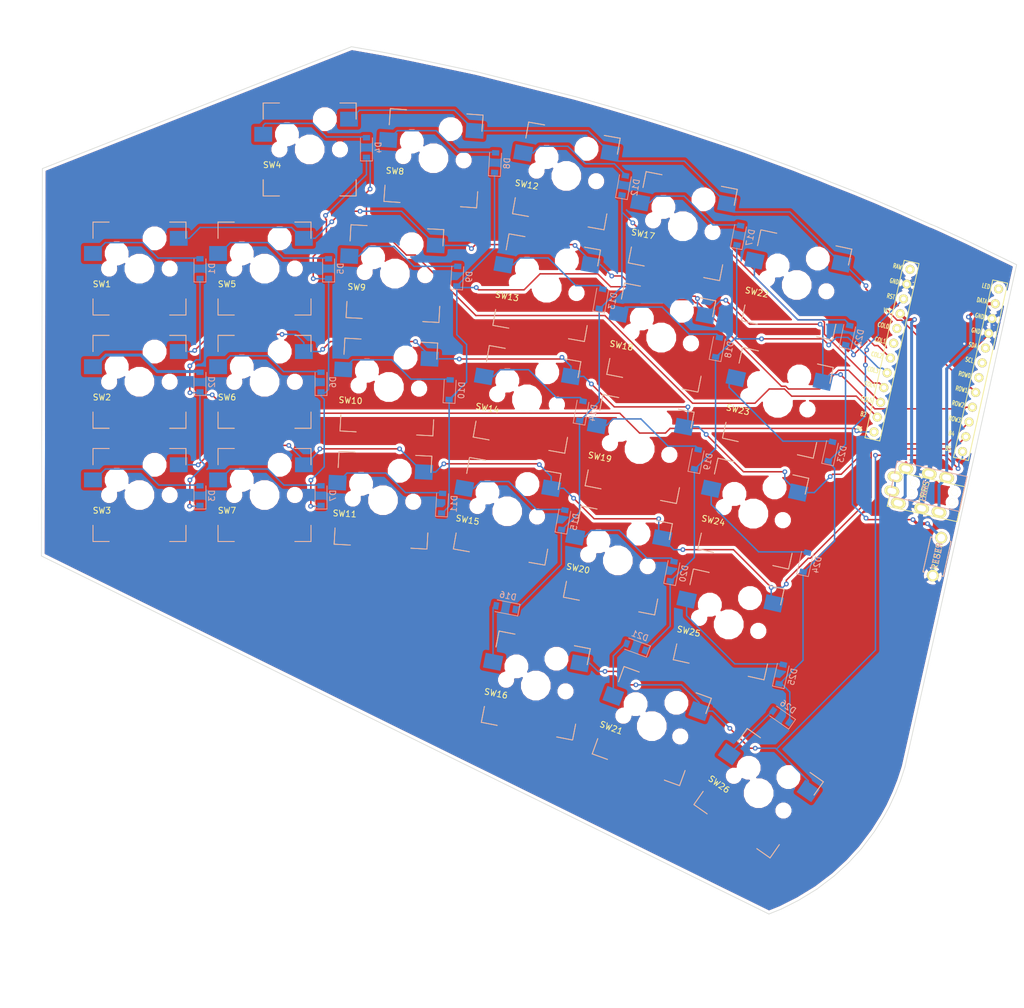
<source format=kicad_pcb>
(kicad_pcb (version 20171130) (host pcbnew "(5.0.2)-1")
  (layers (0 F.Cu signal) (31 B.Cu signal) (34 B.Paste user) (35 F.Paste user) (36 B.SilkS user) (37 F.SilkS user) (38 B.Mask user) (39 F.Mask user) (44 Edge.Cuts user))
  (net 0 "")
  (net 1 col0)
  (net 2 "Net-(D1-Pad2)")
  (net 3 "Net-(D2-Pad2)")
  (net 4 "Net-(D3-Pad2)")
  (net 5 "Net-(D4-Pad2)")
  (net 6 col1)
  (net 7 "Net-(D5-Pad2)")
  (net 8 "Net-(D6-Pad2)")
  (net 9 "Net-(D7-Pad2)")
  (net 10 col2)
  (net 11 "Net-(D8-Pad2)")
  (net 12 "Net-(D9-Pad2)")
  (net 13 "Net-(D10-Pad2)")
  (net 14 "Net-(D11-Pad2)")
  (net 15 "Net-(D12-Pad2)")
  (net 16 col3)
  (net 17 "Net-(D13-Pad2)")
  (net 18 "Net-(D14-Pad2)")
  (net 19 "Net-(D15-Pad2)")
  (net 20 "Net-(D16-Pad2)")
  (net 21 col4)
  (net 22 "Net-(D17-Pad2)")
  (net 23 "Net-(D18-Pad2)")
  (net 24 "Net-(D19-Pad2)")
  (net 25 "Net-(D20-Pad2)")
  (net 26 "Net-(D21-Pad2)")
  (net 27 "Net-(D22-Pad2)")
  (net 28 col5)
  (net 29 "Net-(D23-Pad2)")
  (net 30 "Net-(D24-Pad2)")
  (net 31 "Net-(D25-Pad2)")
  (net 32 "Net-(D26-Pad2)")
  (net 33 VCC)
  (net 34 "Net-(J1-PadA)")
  (net 35 data)
  (net 36 row1)
  (net 37 row2)
  (net 38 row3)
  (net 39 row0)
  (net 40 row4)
  (net 41 reset)
  (net 42 "Net-(U1-Pad24)")
  (net 43 "Net-(U1-Pad20)")
  (net 44 "Net-(U1-Pad19)")
  (net 45 "Net-(U1-Pad7)")
  (net 46 "Net-(U1-Pad6)")
  (net 47 "Net-(U1-Pad5)")
  (net 48 "Net-(U1-Pad1)")
  (net 49 GND)
  (module Diode_SMD:D_SOD-123 (layer B.Cu) (at 278.793 136.876 80)
    (fp_text reference D14 (at 0 2 80) (layer B.SilkS) (effects (justify mirror)))
    (fp_text value D)
    (pad 2 smd rect (at 1.65 0 80) (size 0.9 1.2) (layers B.Cu B.Paste B.Mask) (net 18 "Net-(D14-Pad2)"))
    (pad 1 smd rect (at -1.65 0 80) (size 0.9 1.2) (layers B.Cu B.Paste B.Mask) (net 16 col3))
  )
  (module Diode_SMD:D_SOD-123 (layer B.Cu) (at 266.093 169.896 169)
    (fp_text reference D16 (at 0 2 169) (layer B.SilkS) (effects (justify mirror)))
    (fp_text value D)
    (pad 2 smd rect (at 1.65 0 169) (size 0.9 1.2) (layers B.Cu B.Paste B.Mask) (net 20 "Net-(D16-Pad2)"))
    (pad 1 smd rect (at -1.65 0 169) (size 0.9 1.2) (layers B.Cu B.Paste B.Mask) (net 16 col3))
  )
  (module Diode_SMD:D_SOD-123 (layer B.Cu) (at 305.209 107.412 79)
    (fp_text reference D17 (at 0 2 79) (layer B.SilkS) (effects (justify mirror)))
    (fp_text value D)
    (pad 2 smd rect (at 1.65 0 79) (size 0.9 1.2) (layers B.Cu B.Paste B.Mask) (net 22 "Net-(D17-Pad2)"))
    (pad 1 smd rect (at -1.65 0 79) (size 0.9 1.2) (layers B.Cu B.Paste B.Mask) (net 21 col4))
  )
  (module Diode_SMD:D_SOD-123 (layer B.Cu) (at 301.653 126.208 79)
    (fp_text reference D18 (at 0 2 79) (layer B.SilkS) (effects (justify mirror)))
    (fp_text value D)
    (pad 2 smd rect (at 1.65 0 79) (size 0.9 1.2) (layers B.Cu B.Paste B.Mask) (net 23 "Net-(D18-Pad2)"))
    (pad 1 smd rect (at -1.65 0 79) (size 0.9 1.2) (layers B.Cu B.Paste B.Mask) (net 21 col4))
  )
  (module Diode_SMD:D_SOD-123 (layer B.Cu) (at 298.097 145.004 79)
    (fp_text reference D19 (at 0 2 79) (layer B.SilkS) (effects (justify mirror)))
    (fp_text value D)
    (pad 2 smd rect (at 1.65 0 79) (size 0.9 1.2) (layers B.Cu B.Paste B.Mask) (net 24 "Net-(D19-Pad2)"))
    (pad 1 smd rect (at -1.65 0 79) (size 0.9 1.2) (layers B.Cu B.Paste B.Mask) (net 21 col4))
  )
  (module Diode_SMD:D_SOD-123 (layer B.Cu) (at 294.033 163.8 79)
    (fp_text reference D20 (at 0 2 79) (layer B.SilkS) (effects (justify mirror)))
    (fp_text value D)
    (pad 2 smd rect (at 1.65 0 79) (size 0.9 1.2) (layers B.Cu B.Paste B.Mask) (net 25 "Net-(D20-Pad2)"))
    (pad 1 smd rect (at -1.65 0 79) (size 0.9 1.2) (layers B.Cu B.Paste B.Mask) (net 21 col4))
  )
  (module Diode_SMD:D_SOD-123 (layer B.Cu) (at 287.937 176.5 160)
    (fp_text reference D21 (at 0 2 160) (layer B.SilkS) (effects (justify mirror)))
    (fp_text value D)
    (pad 2 smd rect (at 1.65 0 160) (size 0.9 1.2) (layers B.Cu B.Paste B.Mask) (net 26 "Net-(D21-Pad2)"))
    (pad 1 smd rect (at -1.65 0 160) (size 0.9 1.2) (layers B.Cu B.Paste B.Mask) (net 21 col4))
  )
  (module Diode_SMD:D_SOD-123 (layer B.Cu) (at 323.497 124.176 78)
    (fp_text reference D22 (at 0 2 78) (layer B.SilkS) (effects (justify mirror)))
    (fp_text value D)
    (pad 2 smd rect (at 1.65 0 78) (size 0.9 1.2) (layers B.Cu B.Paste B.Mask) (net 27 "Net-(D22-Pad2)"))
    (pad 1 smd rect (at -1.65 0 78) (size 0.9 1.2) (layers B.Cu B.Paste B.Mask) (net 28 col5))
  )
  (module Diode_SMD:D_SOD-123 (layer B.Cu) (at 320.587957 143.692212 77.5)
    (fp_text reference D23 (at 0 2 77.5) (layer B.SilkS) (effects (justify mirror)))
    (fp_text value D)
    (pad 2 smd rect (at 1.65 0 77.5) (size 0.9 1.2) (layers B.Cu B.Paste B.Mask) (net 29 "Net-(D23-Pad2)"))
    (pad 1 smd rect (at -1.65 0 77.5) (size 0.9 1.2) (layers B.Cu B.Paste B.Mask) (net 28 col5))
  )
  (module Diode_SMD:D_SOD-123 (layer B.Cu) (at 316.385 162.276 77.5)
    (fp_text reference D24 (at 0 2 77.5) (layer B.SilkS) (effects (justify mirror)))
    (fp_text value D)
    (pad 2 smd rect (at 1.65 0 77.5) (size 0.9 1.2) (layers B.Cu B.Paste B.Mask) (net 30 "Net-(D24-Pad2)"))
    (pad 1 smd rect (at -1.65 0 77.5) (size 0.9 1.2) (layers B.Cu B.Paste B.Mask) (net 28 col5))
  )
  (module Diode_SMD:D_SOD-123 (layer B.Cu) (at 312.321 181.072 77.5)
    (fp_text reference D25 (at 0 2 77.5) (layer B.SilkS) (effects (justify mirror)))
    (fp_text value D)
    (pad 2 smd rect (at 1.65 0 77.5) (size 0.9 1.2) (layers B.Cu B.Paste B.Mask) (net 31 "Net-(D25-Pad2)"))
    (pad 1 smd rect (at -1.65 0 77.5) (size 0.9 1.2) (layers B.Cu B.Paste B.Mask) (net 28 col5))
  )
  (module Diode_SMD:D_SOD-123 (layer B.Cu) (at 312.321 188.184 145)
    (fp_text reference D26 (at 0 2 145) (layer B.SilkS) (effects (justify mirror)))
    (fp_text value D)
    (pad 2 smd rect (at 1.65 0 145) (size 0.9 1.2) (layers B.Cu B.Paste B.Mask) (net 32 "Net-(D26-Pad2)"))
    (pad 1 smd rect (at -1.65 0 145) (size 0.9 1.2) (layers B.Cu B.Paste B.Mask) (net 28 col5))
  )
  (module Diode_SMD:D_SOD-123 (layer B.Cu) (at 214.785 113 90)
    (fp_text reference D1 (at 0 2 90) (layer B.SilkS) (effects (justify mirror)))
    (fp_text value D)
    (pad 2 smd rect (at 1.65 0 90) (size 0.9 1.2) (layers B.Cu B.Paste B.Mask) (net 2 "Net-(D1-Pad2)"))
    (pad 1 smd rect (at -1.65 0 90) (size 0.9 1.2) (layers B.Cu B.Paste B.Mask) (net 1 col0))
  )
  (module Diode_SMD:D_SOD-123 (layer B.Cu) (at 275.745 155.164 80)
    (fp_text reference D15 (at 0 2 80) (layer B.SilkS) (effects (justify mirror)))
    (fp_text value D)
    (pad 2 smd rect (at 1.65 0 80) (size 0.9 1.2) (layers B.Cu B.Paste B.Mask) (net 19 "Net-(D15-Pad2)"))
    (pad 1 smd rect (at -1.65 0 80) (size 0.9 1.2) (layers B.Cu B.Paste B.Mask) (net 16 col3))
  )
  (module Diode_SMD:D_SOD-123 (layer B.Cu) (at 214.785 132.05 90)
    (fp_text reference D2 (at 0 2 90) (layer B.SilkS) (effects (justify mirror)))
    (fp_text value D)
    (pad 2 smd rect (at 1.65 0 90) (size 0.9 1.2) (layers B.Cu B.Paste B.Mask) (net 3 "Net-(D2-Pad2)"))
    (pad 1 smd rect (at -1.65 0 90) (size 0.9 1.2) (layers B.Cu B.Paste B.Mask) (net 1 col0))
  )
  (module Diode_SMD:D_SOD-123 (layer B.Cu) (at 214.785 151.1 90)
    (fp_text reference D3 (at 0 2 90) (layer B.SilkS) (effects (justify mirror)))
    (fp_text value D)
    (pad 2 smd rect (at 1.65 0 90) (size 0.9 1.2) (layers B.Cu B.Paste B.Mask) (net 4 "Net-(D3-Pad2)"))
    (pad 1 smd rect (at -1.65 0 90) (size 0.9 1.2) (layers B.Cu B.Paste B.Mask) (net 1 col0))
  )
  (module Diode_SMD:D_SOD-123 (layer B.Cu) (at 242.725 92.68 90)
    (fp_text reference D4 (at 0 2 90) (layer B.SilkS) (effects (justify mirror)))
    (fp_text value D)
    (pad 2 smd rect (at 1.65 0 90) (size 0.9 1.2) (layers B.Cu B.Paste B.Mask) (net 5 "Net-(D4-Pad2)"))
    (pad 1 smd rect (at -1.65 0 90) (size 0.9 1.2) (layers B.Cu B.Paste B.Mask) (net 6 col1))
  )
  (module Diode_SMD:D_SOD-123 (layer B.Cu) (at 236.375 113 90)
    (fp_text reference D5 (at 0 2 90) (layer B.SilkS) (effects (justify mirror)))
    (fp_text value D)
    (pad 2 smd rect (at 1.65 0 90) (size 0.9 1.2) (layers B.Cu B.Paste B.Mask) (net 7 "Net-(D5-Pad2)"))
    (pad 1 smd rect (at -1.65 0 90) (size 0.9 1.2) (layers B.Cu B.Paste B.Mask) (net 6 col1))
  )
  (module Diode_SMD:D_SOD-123 (layer B.Cu) (at 235.105 132.05 90)
    (fp_text reference D6 (at 0 2 90) (layer B.SilkS) (effects (justify mirror)))
    (fp_text value D)
    (pad 2 smd rect (at 1.65 0 90) (size 0.9 1.2) (layers B.Cu B.Paste B.Mask) (net 8 "Net-(D6-Pad2)"))
    (pad 1 smd rect (at -1.65 0 90) (size 0.9 1.2) (layers B.Cu B.Paste B.Mask) (net 6 col1))
  )
  (module Diode_SMD:D_SOD-123 (layer B.Cu) (at 235.105 151.1 90)
    (fp_text reference D7 (at 0 2 90) (layer B.SilkS) (effects (justify mirror)))
    (fp_text value D)
    (pad 2 smd rect (at 1.65 0 90) (size 0.9 1.2) (layers B.Cu B.Paste B.Mask) (net 9 "Net-(D7-Pad2)"))
    (pad 1 smd rect (at -1.65 0 90) (size 0.9 1.2) (layers B.Cu B.Paste B.Mask) (net 6 col1))
  )
  (module Diode_SMD:D_SOD-123 (layer B.Cu) (at 264.315 95.22 87)
    (fp_text reference D8 (at 0 2 87) (layer B.SilkS) (effects (justify mirror)))
    (fp_text value D)
    (pad 2 smd rect (at 1.65 0 87) (size 0.9 1.2) (layers B.Cu B.Paste B.Mask) (net 11 "Net-(D8-Pad2)"))
    (pad 1 smd rect (at -1.65 0 87) (size 0.9 1.2) (layers B.Cu B.Paste B.Mask) (net 10 col2))
  )
  (module Diode_SMD:D_SOD-123 (layer B.Cu) (at 257.965 114.27 87)
    (fp_text reference D9 (at 0 2 87) (layer B.SilkS) (effects (justify mirror)))
    (fp_text value D)
    (pad 2 smd rect (at 1.65 0 87) (size 0.9 1.2) (layers B.Cu B.Paste B.Mask) (net 12 "Net-(D9-Pad2)"))
    (pad 1 smd rect (at -1.65 0 87) (size 0.9 1.2) (layers B.Cu B.Paste B.Mask) (net 10 col2))
  )
  (module Diode_SMD:D_SOD-123 (layer B.Cu) (at 256.695 133.32 87)
    (fp_text reference D10 (at 0 2 87) (layer B.SilkS) (effects (justify mirror)))
    (fp_text value D)
    (pad 2 smd rect (at 1.65 0 87) (size 0.9 1.2) (layers B.Cu B.Paste B.Mask) (net 13 "Net-(D10-Pad2)"))
    (pad 1 smd rect (at -1.65 0 87) (size 0.9 1.2) (layers B.Cu B.Paste B.Mask) (net 10 col2))
  )
  (module Diode_SMD:D_SOD-123 (layer B.Cu) (at 255.425 152.37 87)
    (fp_text reference D11 (at 0 2 87) (layer B.SilkS) (effects (justify mirror)))
    (fp_text value D)
    (pad 2 smd rect (at 1.65 0 87) (size 0.9 1.2) (layers B.Cu B.Paste B.Mask) (net 14 "Net-(D11-Pad2)"))
    (pad 1 smd rect (at -1.65 0 87) (size 0.9 1.2) (layers B.Cu B.Paste B.Mask) (net 10 col2))
  )
  (module Diode_SMD:D_SOD-123 (layer B.Cu) (at 285.905 99.03 80)
    (fp_text reference D12 (at 0 2 80) (layer B.SilkS) (effects (justify mirror)))
    (fp_text value D)
    (pad 2 smd rect (at 1.65 0 80) (size 0.9 1.2) (layers B.Cu B.Paste B.Mask) (net 15 "Net-(D12-Pad2)"))
    (pad 1 smd rect (at -1.65 0 80) (size 0.9 1.2) (layers B.Cu B.Paste B.Mask) (net 16 col3))
  )
  (module Diode_SMD:D_SOD-123 (layer B.Cu) (at 282.095 118.08 80)
    (fp_text reference D13 (at 0 2 80) (layer B.SilkS) (effects (justify mirror)))
    (fp_text value D)
    (pad 2 smd rect (at 1.65 0 80) (size 0.9 1.2) (layers B.Cu B.Paste B.Mask) (net 17 "Net-(D13-Pad2)"))
    (pad 1 smd rect (at -1.65 0 80) (size 0.9 1.2) (layers B.Cu B.Paste B.Mask) (net 16 col3))
  )
  (module kbd:ResetSW (layer F.Cu) (at 338.485 161.34 77.5)
    (fp_text reference SW27 hide)
    (fp_text value SW_PUSH)
    (fp_text user RESET (at 0 0 77.5) (layer F.SilkS))
    (fp_text user RESET (at 0.127 0 77.5) (layer B.SilkS) (effects (justify mirror)))
    (pad 2 thru_hole circle (at -3.25 0 77.5) (size 2 2) (drill 1.3) (layers *.Cu *.Mask F.SilkS) (net 49 GND))
    (pad 1 thru_hole circle (at 3.25 0 77.5) (size 2 2) (drill 1.3) (layers *.Cu *.Mask F.SilkS) (net 41 reset))
  )
  (module kbd:MJ-4PP-9 (layer F.Cu) (at 342.495 152.54 257.5)
    (fp_text reference J1)
    (fp_text value MJ-4PP-9 hide)
    (fp_text user TRRS (at -0.75 6.45 257.5) (layer F.SilkS))
    (fp_text user TRRS (at -0.8255 6.4135 257.5) (layer B.SilkS) (effects (justify mirror)))
    (pad A thru_hole oval (at -2.1 11.8 257.5) (size 1.7 2.5) (drill oval 1 1.5) (layers *.Cu *.Mask F.SilkS) (net 34 "Net-(J1-PadA)") (clearance 0.15))
    (pad D thru_hole oval (at 2.1 10.3 257.5) (size 1.7 2.5) (drill oval 1 1.5) (layers *.Cu *.Mask F.SilkS) (net 33 VCC) (clearance 0.15))
    (pad C thru_hole oval (at 2.1 6.3 257.5) (size 1.7 2.5) (drill oval 1 1.5) (layers *.Cu *.Mask F.SilkS) (net 49 GND))
    (pad B thru_hole oval (at 2.1 3.3 257.5) (size 1.7 2.5) (drill oval 1 1.5) (layers *.Cu *.Mask F.SilkS) (net 35 data))
    (pad "" np_thru_hole circle (at 0 8.5 257.5) (size 1.2 1.2) (drill 1.2) (layers *.Cu *.Mask F.SilkS))
    (pad "" np_thru_hole circle (at 0 1.5 257.5) (size 1.2 1.2) (drill 1.2) (layers *.Cu *.Mask F.SilkS))
    (pad C thru_hole oval (at -3.85 6.3 257.5) (size 1.7 2.5) (drill oval 1 1.5) (layers *.Cu *.Mask F.SilkS) (net 49 GND))
    (pad B thru_hole oval (at -3.85 3.3 257.5) (size 1.7 2.5) (drill oval 1 1.5) (layers *.Cu *.Mask F.SilkS) (net 35 data))
    (pad A thru_hole oval (at 0.35 11.8 257.5) (size 1.7 2.5) (drill oval 1 1.5) (layers *.Cu *.Mask F.SilkS) (net 34 "Net-(J1-PadA)") (clearance 0.15))
    (pad D thru_hole oval (at -3.85 10.3 257.5) (size 1.7 2.5) (drill oval 1 1.5) (layers *.Cu *.Mask F.SilkS) (net 33 VCC) (clearance 0.15))
    (pad "" np_thru_hole circle (at -1.75 1.5 257.5) (size 1.2 1.2) (drill 1.2) (layers *.Cu *.Mask F.SilkS))
    (pad "" np_thru_hole circle (at -1.75 8.5 257.5) (size 1.2 1.2) (drill 1.2) (layers *.Cu *.Mask F.SilkS))
  )
  (module Kailh:CPG151101S11 (layer F.Cu) (at 204.625 113)
    (fp_text reference SW1 (at -6.3 2.6) (layer F.SilkS))
    (fp_text value SW_PUSH hide)
    (pad "" np_thru_hole circle (at -3.81 -2.54) (size 3 3) (drill 3) (layers *.Cu *.Mask))
    (pad "" np_thru_hole circle (at -5.08 0) (size 1.7018 1.7018) (drill 1.7018) (layers *.Cu *.Mask))
    (pad "" np_thru_hole circle (at 5.08 0) (size 1.7018 1.7018) (drill 1.7018) (layers *.Cu *.Mask))
    (pad "" np_thru_hole circle (at 2.54 -5.08) (size 3 3) (drill 3) (layers *.Cu *.Mask))
    (pad "" np_thru_hole circle (at 0 0) (size 3.9878 3.9878) (drill 3.9878) (layers *.Cu *.Mask))
    (pad 2 smd rect (at -7.8 -2.54) (size 3 2.5) (layers B.Cu B.Paste B.Mask) (net 2 "Net-(D1-Pad2)"))
    (pad 1 smd rect (at 6.6 -5.08) (size 3 2.5) (layers B.Cu B.Paste B.Mask) (net 36 row1))
  )
  (module Kailh:CPG151101S11 (layer F.Cu) (at 204.625 132)
    (fp_text reference SW2 (at -6.3 2.6) (layer F.SilkS))
    (fp_text value SW_PUSH hide)
    (pad "" np_thru_hole circle (at -3.81 -2.54) (size 3 3) (drill 3) (layers *.Cu *.Mask))
    (pad "" np_thru_hole circle (at -5.08 0) (size 1.7018 1.7018) (drill 1.7018) (layers *.Cu *.Mask))
    (pad "" np_thru_hole circle (at 5.08 0) (size 1.7018 1.7018) (drill 1.7018) (layers *.Cu *.Mask))
    (pad "" np_thru_hole circle (at 2.54 -5.08) (size 3 3) (drill 3) (layers *.Cu *.Mask))
    (pad "" np_thru_hole circle (at 0 0) (size 3.9878 3.9878) (drill 3.9878) (layers *.Cu *.Mask))
    (pad 2 smd rect (at -7.8 -2.54) (size 3 2.5) (layers B.Cu B.Paste B.Mask) (net 3 "Net-(D2-Pad2)"))
    (pad 1 smd rect (at 6.6 -5.08) (size 3 2.5) (layers B.Cu B.Paste B.Mask) (net 37 row2))
  )
  (module Kailh:CPG151101S11 (layer F.Cu) (at 204.625 151)
    (fp_text reference SW3 (at -6.3 2.6) (layer F.SilkS))
    (fp_text value SW_PUSH hide)
    (pad "" np_thru_hole circle (at -3.81 -2.54) (size 3 3) (drill 3) (layers *.Cu *.Mask))
    (pad "" np_thru_hole circle (at -5.08 0) (size 1.7018 1.7018) (drill 1.7018) (layers *.Cu *.Mask))
    (pad "" np_thru_hole circle (at 5.08 0) (size 1.7018 1.7018) (drill 1.7018) (layers *.Cu *.Mask))
    (pad "" np_thru_hole circle (at 2.54 -5.08) (size 3 3) (drill 3) (layers *.Cu *.Mask))
    (pad "" np_thru_hole circle (at 0 0) (size 3.9878 3.9878) (drill 3.9878) (layers *.Cu *.Mask))
    (pad 2 smd rect (at -7.8 -2.54) (size 3 2.5) (layers B.Cu B.Paste B.Mask) (net 4 "Net-(D3-Pad2)"))
    (pad 1 smd rect (at 6.6 -5.08) (size 3 2.5) (layers B.Cu B.Paste B.Mask) (net 38 row3))
  )
  (module Kailh:CPG151101S11 (layer F.Cu) (at 233.2 93)
    (fp_text reference SW4 (at -6.3 2.6) (layer F.SilkS))
    (fp_text value SW_PUSH hide)
    (pad "" np_thru_hole circle (at -3.81 -2.54) (size 3 3) (drill 3) (layers *.Cu *.Mask))
    (pad "" np_thru_hole circle (at -5.08 0) (size 1.7018 1.7018) (drill 1.7018) (layers *.Cu *.Mask))
    (pad "" np_thru_hole circle (at 5.08 0) (size 1.7018 1.7018) (drill 1.7018) (layers *.Cu *.Mask))
    (pad "" np_thru_hole circle (at 2.54 -5.08) (size 3 3) (drill 3) (layers *.Cu *.Mask))
    (pad "" np_thru_hole circle (at 0 0) (size 3.9878 3.9878) (drill 3.9878) (layers *.Cu *.Mask))
    (pad 2 smd rect (at -7.8 -2.54) (size 3 2.5) (layers B.Cu B.Paste B.Mask) (net 5 "Net-(D4-Pad2)"))
    (pad 1 smd rect (at 6.6 -5.08) (size 3 2.5) (layers B.Cu B.Paste B.Mask) (net 39 row0))
  )
  (module Kailh:CPG151101S11 (layer F.Cu) (at 225.625 113)
    (fp_text reference SW5 (at -6.3 2.6) (layer F.SilkS))
    (fp_text value SW_PUSH hide)
    (pad "" np_thru_hole circle (at -3.81 -2.54) (size 3 3) (drill 3) (layers *.Cu *.Mask))
    (pad "" np_thru_hole circle (at -5.08 0) (size 1.7018 1.7018) (drill 1.7018) (layers *.Cu *.Mask))
    (pad "" np_thru_hole circle (at 5.08 0) (size 1.7018 1.7018) (drill 1.7018) (layers *.Cu *.Mask))
    (pad "" np_thru_hole circle (at 2.54 -5.08) (size 3 3) (drill 3) (layers *.Cu *.Mask))
    (pad "" np_thru_hole circle (at 0 0) (size 3.9878 3.9878) (drill 3.9878) (layers *.Cu *.Mask))
    (pad 2 smd rect (at -7.8 -2.54) (size 3 2.5) (layers B.Cu B.Paste B.Mask) (net 7 "Net-(D5-Pad2)"))
    (pad 1 smd rect (at 6.6 -5.08) (size 3 2.5) (layers B.Cu B.Paste B.Mask) (net 36 row1))
  )
  (module Kailh:CPG151101S11 (layer F.Cu) (at 225.625 132)
    (fp_text reference SW6 (at -6.3 2.6) (layer F.SilkS))
    (fp_text value SW_PUSH hide)
    (pad "" np_thru_hole circle (at -3.81 -2.54) (size 3 3) (drill 3) (layers *.Cu *.Mask))
    (pad "" np_thru_hole circle (at -5.08 0) (size 1.7018 1.7018) (drill 1.7018) (layers *.Cu *.Mask))
    (pad "" np_thru_hole circle (at 5.08 0) (size 1.7018 1.7018) (drill 1.7018) (layers *.Cu *.Mask))
    (pad "" np_thru_hole circle (at 2.54 -5.08) (size 3 3) (drill 3) (layers *.Cu *.Mask))
    (pad "" np_thru_hole circle (at 0 0) (size 3.9878 3.9878) (drill 3.9878) (layers *.Cu *.Mask))
    (pad 2 smd rect (at -7.8 -2.54) (size 3 2.5) (layers B.Cu B.Paste B.Mask) (net 8 "Net-(D6-Pad2)"))
    (pad 1 smd rect (at 6.6 -5.08) (size 3 2.5) (layers B.Cu B.Paste B.Mask) (net 37 row2))
  )
  (module Kailh:CPG151101S11 (layer F.Cu) (at 225.625 151)
    (fp_text reference SW7 (at -6.3 2.6) (layer F.SilkS))
    (fp_text value SW_PUSH hide)
    (pad "" np_thru_hole circle (at -3.81 -2.54) (size 3 3) (drill 3) (layers *.Cu *.Mask))
    (pad "" np_thru_hole circle (at -5.08 0) (size 1.7018 1.7018) (drill 1.7018) (layers *.Cu *.Mask))
    (pad "" np_thru_hole circle (at 5.08 0) (size 1.7018 1.7018) (drill 1.7018) (layers *.Cu *.Mask))
    (pad "" np_thru_hole circle (at 2.54 -5.08) (size 3 3) (drill 3) (layers *.Cu *.Mask))
    (pad "" np_thru_hole circle (at 0 0) (size 3.9878 3.9878) (drill 3.9878) (layers *.Cu *.Mask))
    (pad 2 smd rect (at -7.8 -2.54) (size 3 2.5) (layers B.Cu B.Paste B.Mask) (net 9 "Net-(D7-Pad2)"))
    (pad 1 smd rect (at 6.6 -5.08) (size 3 2.5) (layers B.Cu B.Paste B.Mask) (net 38 row3))
  )
  (module Kailh:CPG151101S11 (layer F.Cu) (at 253.975 94.475 356)
    (fp_text reference SW8 (at -6.3 2.6 356) (layer F.SilkS))
    (fp_text value SW_PUSH hide)
    (pad "" np_thru_hole circle (at -3.81 -2.54 356) (size 3 3) (drill 3) (layers *.Cu *.Mask))
    (pad "" np_thru_hole circle (at -5.08 0 356) (size 1.7018 1.7018) (drill 1.7018) (layers *.Cu *.Mask))
    (pad "" np_thru_hole circle (at 5.08 0 356) (size 1.7018 1.7018) (drill 1.7018) (layers *.Cu *.Mask))
    (pad "" np_thru_hole circle (at 2.54 -5.08 356) (size 3 3) (drill 3) (layers *.Cu *.Mask))
    (pad "" np_thru_hole circle (at 0 0 356) (size 3.9878 3.9878) (drill 3.9878) (layers *.Cu *.Mask))
    (pad 2 smd rect (at -7.8 -2.54 356) (size 3 2.5) (layers B.Cu B.Paste B.Mask) (net 11 "Net-(D8-Pad2)"))
    (pad 1 smd rect (at 6.6 -5.08 356) (size 3 2.5) (layers B.Cu B.Paste B.Mask) (net 39 row0))
  )
  (module Kailh:CPG151101S11 (layer F.Cu) (at 247.505 113.84 357)
    (fp_text reference SW9 (at -6.3 2.6 357) (layer F.SilkS))
    (fp_text value SW_PUSH hide)
    (pad "" np_thru_hole circle (at -3.81 -2.54 357) (size 3 3) (drill 3) (layers *.Cu *.Mask))
    (pad "" np_thru_hole circle (at -5.08 0 357) (size 1.7018 1.7018) (drill 1.7018) (layers *.Cu *.Mask))
    (pad "" np_thru_hole circle (at 5.08 0 357) (size 1.7018 1.7018) (drill 1.7018) (layers *.Cu *.Mask))
    (pad "" np_thru_hole circle (at 2.54 -5.08 357) (size 3 3) (drill 3) (layers *.Cu *.Mask))
    (pad "" np_thru_hole circle (at 0 0 357) (size 3.9878 3.9878) (drill 3.9878) (layers *.Cu *.Mask))
    (pad 2 smd rect (at -7.8 -2.54 357) (size 3 2.5) (layers B.Cu B.Paste B.Mask) (net 12 "Net-(D9-Pad2)"))
    (pad 1 smd rect (at 6.6 -5.08 357) (size 3 2.5) (layers B.Cu B.Paste B.Mask) (net 36 row1))
  )
  (module Kailh:CPG151101S11 (layer F.Cu) (at 246.485 132.87 357)
    (fp_text reference SW10 (at -6.3 2.6 357) (layer F.SilkS))
    (fp_text value SW_PUSH hide)
    (pad "" np_thru_hole circle (at -3.81 -2.54 357) (size 3 3) (drill 3) (layers *.Cu *.Mask))
    (pad "" np_thru_hole circle (at -5.08 0 357) (size 1.7018 1.7018) (drill 1.7018) (layers *.Cu *.Mask))
    (pad "" np_thru_hole circle (at 5.08 0 357) (size 1.7018 1.7018) (drill 1.7018) (layers *.Cu *.Mask))
    (pad "" np_thru_hole circle (at 2.54 -5.08 357) (size 3 3) (drill 3) (layers *.Cu *.Mask))
    (pad "" np_thru_hole circle (at 0 0 357) (size 3.9878 3.9878) (drill 3.9878) (layers *.Cu *.Mask))
    (pad 2 smd rect (at -7.8 -2.54 357) (size 3 2.5) (layers B.Cu B.Paste B.Mask) (net 13 "Net-(D10-Pad2)"))
    (pad 1 smd rect (at 6.6 -5.08 357) (size 3 2.5) (layers B.Cu B.Paste B.Mask) (net 37 row2))
  )
  (module Kailh:CPG151101S11 (layer F.Cu) (at 245.505 151.87 357)
    (fp_text reference SW11 (at -6.3 2.6 357) (layer F.SilkS))
    (fp_text value SW_PUSH hide)
    (pad "" np_thru_hole circle (at -3.81 -2.54 357) (size 3 3) (drill 3) (layers *.Cu *.Mask))
    (pad "" np_thru_hole circle (at -5.08 0 357) (size 1.7018 1.7018) (drill 1.7018) (layers *.Cu *.Mask))
    (pad "" np_thru_hole circle (at 5.08 0 357) (size 1.7018 1.7018) (drill 1.7018) (layers *.Cu *.Mask))
    (pad "" np_thru_hole circle (at 2.54 -5.08 357) (size 3 3) (drill 3) (layers *.Cu *.Mask))
    (pad "" np_thru_hole circle (at 0 0 357) (size 3.9878 3.9878) (drill 3.9878) (layers *.Cu *.Mask))
    (pad 2 smd rect (at -7.8 -2.54 357) (size 3 2.5) (layers B.Cu B.Paste B.Mask) (net 14 "Net-(D11-Pad2)"))
    (pad 1 smd rect (at 6.6 -5.08 357) (size 3 2.5) (layers B.Cu B.Paste B.Mask) (net 38 row3))
  )
  (module Kailh:CPG151101S11 (layer F.Cu) (at 276.275 97.45 350)
    (fp_text reference SW12 (at -6.3 2.6 350) (layer F.SilkS))
    (fp_text value SW_PUSH hide)
    (pad "" np_thru_hole circle (at -3.81 -2.54 350) (size 3 3) (drill 3) (layers *.Cu *.Mask))
    (pad "" np_thru_hole circle (at -5.08 0 350) (size 1.7018 1.7018) (drill 1.7018) (layers *.Cu *.Mask))
    (pad "" np_thru_hole circle (at 5.08 0 350) (size 1.7018 1.7018) (drill 1.7018) (layers *.Cu *.Mask))
    (pad "" np_thru_hole circle (at 2.54 -5.08 350) (size 3 3) (drill 3) (layers *.Cu *.Mask))
    (pad "" np_thru_hole circle (at 0 0 350) (size 3.9878 3.9878) (drill 3.9878) (layers *.Cu *.Mask))
    (pad 2 smd rect (at -7.8 -2.54 350) (size 3 2.5) (layers B.Cu B.Paste B.Mask) (net 15 "Net-(D12-Pad2)"))
    (pad 1 smd rect (at 6.6 -5.08 350) (size 3 2.5) (layers B.Cu B.Paste B.Mask) (net 39 row0))
  )
  (module Kailh:CPG151101S11 (layer F.Cu) (at 272.975 116.2 350)
    (fp_text reference SW13 (at -6.3 2.6 350) (layer F.SilkS))
    (fp_text value SW_PUSH hide)
    (pad "" np_thru_hole circle (at -3.81 -2.54 350) (size 3 3) (drill 3) (layers *.Cu *.Mask))
    (pad "" np_thru_hole circle (at -5.08 0 350) (size 1.7018 1.7018) (drill 1.7018) (layers *.Cu *.Mask))
    (pad "" np_thru_hole circle (at 5.08 0 350) (size 1.7018 1.7018) (drill 1.7018) (layers *.Cu *.Mask))
    (pad "" np_thru_hole circle (at 2.54 -5.08 350) (size 3 3) (drill 3) (layers *.Cu *.Mask))
    (pad "" np_thru_hole circle (at 0 0 350) (size 3.9878 3.9878) (drill 3.9878) (layers *.Cu *.Mask))
    (pad 2 smd rect (at -7.8 -2.54 350) (size 3 2.5) (layers B.Cu B.Paste B.Mask) (net 17 "Net-(D13-Pad2)"))
    (pad 1 smd rect (at 6.6 -5.08 350) (size 3 2.5) (layers B.Cu B.Paste B.Mask) (net 36 row1))
  )
  (module Kailh:CPG151101S11 (layer F.Cu) (at 269.675 134.95 350)
    (fp_text reference SW14 (at -6.3 2.6 350) (layer F.SilkS))
    (fp_text value SW_PUSH hide)
    (pad "" np_thru_hole circle (at -3.81 -2.54 350) (size 3 3) (drill 3) (layers *.Cu *.Mask))
    (pad "" np_thru_hole circle (at -5.08 0 350) (size 1.7018 1.7018) (drill 1.7018) (layers *.Cu *.Mask))
    (pad "" np_thru_hole circle (at 5.08 0 350) (size 1.7018 1.7018) (drill 1.7018) (layers *.Cu *.Mask))
    (pad "" np_thru_hole circle (at 2.54 -5.08 350) (size 3 3) (drill 3) (layers *.Cu *.Mask))
    (pad "" np_thru_hole circle (at 0 0 350) (size 3.9878 3.9878) (drill 3.9878) (layers *.Cu *.Mask))
    (pad 2 smd rect (at -7.8 -2.54 350) (size 3 2.5) (layers B.Cu B.Paste B.Mask) (net 18 "Net-(D14-Pad2)"))
    (pad 1 smd rect (at 6.6 -5.08 350) (size 3 2.5) (layers B.Cu B.Paste B.Mask) (net 37 row2))
  )
  (module Kailh:CPG151101S11 (layer F.Cu) (at 266.35 153.725 350)
    (fp_text reference SW15 (at -6.3 2.6 350) (layer F.SilkS))
    (fp_text value SW_PUSH hide)
    (pad "" np_thru_hole circle (at -3.81 -2.54 350) (size 3 3) (drill 3) (layers *.Cu *.Mask))
    (pad "" np_thru_hole circle (at -5.08 0 350) (size 1.7018 1.7018) (drill 1.7018) (layers *.Cu *.Mask))
    (pad "" np_thru_hole circle (at 5.08 0 350) (size 1.7018 1.7018) (drill 1.7018) (layers *.Cu *.Mask))
    (pad "" np_thru_hole circle (at 2.54 -5.08 350) (size 3 3) (drill 3) (layers *.Cu *.Mask))
    (pad "" np_thru_hole circle (at 0 0 350) (size 3.9878 3.9878) (drill 3.9878) (layers *.Cu *.Mask))
    (pad 2 smd rect (at -7.8 -2.54 350) (size 3 2.5) (layers B.Cu B.Paste B.Mask) (net 19 "Net-(D15-Pad2)"))
    (pad 1 smd rect (at 6.6 -5.08 350) (size 3 2.5) (layers B.Cu B.Paste B.Mask) (net 38 row3))
  )
  (module Kailh:CPG151101S11 (layer F.Cu) (at 271.15 182.975 349)
    (fp_text reference SW16 (at -6.3 2.6 349) (layer F.SilkS))
    (fp_text value SW_PUSH hide)
    (pad "" np_thru_hole circle (at -3.81 -2.54 349) (size 3 3) (drill 3) (layers *.Cu *.Mask))
    (pad "" np_thru_hole circle (at -5.08 0 349) (size 1.7018 1.7018) (drill 1.7018) (layers *.Cu *.Mask))
    (pad "" np_thru_hole circle (at 5.08 0 349) (size 1.7018 1.7018) (drill 1.7018) (layers *.Cu *.Mask))
    (pad "" np_thru_hole circle (at 2.54 -5.08 349) (size 3 3) (drill 3) (layers *.Cu *.Mask))
    (pad "" np_thru_hole circle (at 0 0 349) (size 3.9878 3.9878) (drill 3.9878) (layers *.Cu *.Mask))
    (pad 2 smd rect (at -7.8 -2.54 349) (size 3 2.5) (layers B.Cu B.Paste B.Mask) (net 20 "Net-(D16-Pad2)"))
    (pad 1 smd rect (at 6.6 -5.08 349) (size 3 2.5) (layers B.Cu B.Paste B.Mask) (net 40 row4))
  )
  (module Kailh:CPG151101S11 (layer F.Cu) (at 295.825 105.875 349)
    (fp_text reference SW17 (at -6.3 2.6 349) (layer F.SilkS))
    (fp_text value SW_PUSH hide)
    (pad "" np_thru_hole circle (at -3.81 -2.54 349) (size 3 3) (drill 3) (layers *.Cu *.Mask))
    (pad "" np_thru_hole circle (at -5.08 0 349) (size 1.7018 1.7018) (drill 1.7018) (layers *.Cu *.Mask))
    (pad "" np_thru_hole circle (at 5.08 0 349) (size 1.7018 1.7018) (drill 1.7018) (layers *.Cu *.Mask))
    (pad "" np_thru_hole circle (at 2.54 -5.08 349) (size 3 3) (drill 3) (layers *.Cu *.Mask))
    (pad "" np_thru_hole circle (at 0 0 349) (size 3.9878 3.9878) (drill 3.9878) (layers *.Cu *.Mask))
    (pad 2 smd rect (at -7.8 -2.54 349) (size 3 2.5) (layers B.Cu B.Paste B.Mask) (net 22 "Net-(D17-Pad2)"))
    (pad 1 smd rect (at 6.6 -5.08 349) (size 3 2.5) (layers B.Cu B.Paste B.Mask) (net 39 row0))
  )
  (module Kailh:CPG151101S11 (layer F.Cu) (at 292.2 124.575 349)
    (fp_text reference SW18 (at -6.3 2.6 349) (layer F.SilkS))
    (fp_text value SW_PUSH hide)
    (pad "" np_thru_hole circle (at -3.81 -2.54 349) (size 3 3) (drill 3) (layers *.Cu *.Mask))
    (pad "" np_thru_hole circle (at -5.08 0 349) (size 1.7018 1.7018) (drill 1.7018) (layers *.Cu *.Mask))
    (pad "" np_thru_hole circle (at 5.08 0 349) (size 1.7018 1.7018) (drill 1.7018) (layers *.Cu *.Mask))
    (pad "" np_thru_hole circle (at 2.54 -5.08 349) (size 3 3) (drill 3) (layers *.Cu *.Mask))
    (pad "" np_thru_hole circle (at 0 0 349) (size 3.9878 3.9878) (drill 3.9878) (layers *.Cu *.Mask))
    (pad 2 smd rect (at -7.8 -2.54 349) (size 3 2.5) (layers B.Cu B.Paste B.Mask) (net 23 "Net-(D18-Pad2)"))
    (pad 1 smd rect (at 6.6 -5.08 349) (size 3 2.5) (layers B.Cu B.Paste B.Mask) (net 36 row1))
  )
  (module Kailh:CPG151101S11 (layer F.Cu) (at 288.575 143.275 349)
    (fp_text reference SW19 (at -6.3 2.6 349) (layer F.SilkS))
    (fp_text value SW_PUSH hide)
    (pad "" np_thru_hole circle (at -3.81 -2.54 349) (size 3 3) (drill 3) (layers *.Cu *.Mask))
    (pad "" np_thru_hole circle (at -5.08 0 349) (size 1.7018 1.7018) (drill 1.7018) (layers *.Cu *.Mask))
    (pad "" np_thru_hole circle (at 5.08 0 349) (size 1.7018 1.7018) (drill 1.7018) (layers *.Cu *.Mask))
    (pad "" np_thru_hole circle (at 2.54 -5.08 349) (size 3 3) (drill 3) (layers *.Cu *.Mask))
    (pad "" np_thru_hole circle (at 0 0 349) (size 3.9878 3.9878) (drill 3.9878) (layers *.Cu *.Mask))
    (pad 2 smd rect (at -7.8 -2.54 349) (size 3 2.5) (layers B.Cu B.Paste B.Mask) (net 24 "Net-(D19-Pad2)"))
    (pad 1 smd rect (at 6.6 -5.08 349) (size 3 2.5) (layers B.Cu B.Paste B.Mask) (net 37 row2))
  )
  (module Kailh:CPG151101S11 (layer F.Cu) (at 284.925 161.975 349)
    (fp_text reference SW20 (at -6.3 2.6 349) (layer F.SilkS))
    (fp_text value SW_PUSH hide)
    (pad "" np_thru_hole circle (at -3.81 -2.54 349) (size 3 3) (drill 3) (layers *.Cu *.Mask))
    (pad "" np_thru_hole circle (at -5.08 0 349) (size 1.7018 1.7018) (drill 1.7018) (layers *.Cu *.Mask))
    (pad "" np_thru_hole circle (at 5.08 0 349) (size 1.7018 1.7018) (drill 1.7018) (layers *.Cu *.Mask))
    (pad "" np_thru_hole circle (at 2.54 -5.08 349) (size 3 3) (drill 3) (layers *.Cu *.Mask))
    (pad "" np_thru_hole circle (at 0 0 349) (size 3.9878 3.9878) (drill 3.9878) (layers *.Cu *.Mask))
    (pad 2 smd rect (at -7.8 -2.54 349) (size 3 2.5) (layers B.Cu B.Paste B.Mask) (net 25 "Net-(D20-Pad2)"))
    (pad 1 smd rect (at 6.6 -5.08 349) (size 3 2.5) (layers B.Cu B.Paste B.Mask) (net 38 row3))
  )
  (module Kailh:CPG151101S11 (layer F.Cu) (at 290.615 189.78 340)
    (fp_text reference SW21 (at -6.3 2.6 340) (layer F.SilkS))
    (fp_text value SW_PUSH hide)
    (pad "" np_thru_hole circle (at -3.81 -2.54 340) (size 3 3) (drill 3) (layers *.Cu *.Mask))
    (pad "" np_thru_hole circle (at -5.08 0 340) (size 1.7018 1.7018) (drill 1.7018) (layers *.Cu *.Mask))
    (pad "" np_thru_hole circle (at 5.08 0 340) (size 1.7018 1.7018) (drill 1.7018) (layers *.Cu *.Mask))
    (pad "" np_thru_hole circle (at 2.54 -5.08 340) (size 3 3) (drill 3) (layers *.Cu *.Mask))
    (pad "" np_thru_hole circle (at 0 0 340) (size 3.9878 3.9878) (drill 3.9878) (layers *.Cu *.Mask))
    (pad 2 smd rect (at -7.8 -2.54 340) (size 3 2.5) (layers B.Cu B.Paste B.Mask) (net 26 "Net-(D21-Pad2)"))
    (pad 1 smd rect (at 6.6 -5.08 340) (size 3 2.5) (layers B.Cu B.Paste B.Mask) (net 40 row4))
  )
  (module Kailh:CPG151101S11 (layer F.Cu) (at 314.935 115.75 348)
    (fp_text reference SW22 (at -6.3 2.6 348) (layer F.SilkS))
    (fp_text value SW_PUSH hide)
    (pad "" np_thru_hole circle (at -3.81 -2.54 348) (size 3 3) (drill 3) (layers *.Cu *.Mask))
    (pad "" np_thru_hole circle (at -5.08 0 348) (size 1.7018 1.7018) (drill 1.7018) (layers *.Cu *.Mask))
    (pad "" np_thru_hole circle (at 5.08 0 348) (size 1.7018 1.7018) (drill 1.7018) (layers *.Cu *.Mask))
    (pad "" np_thru_hole circle (at 2.54 -5.08 348) (size 3 3) (drill 3) (layers *.Cu *.Mask))
    (pad "" np_thru_hole circle (at 0 0 348) (size 3.9878 3.9878) (drill 3.9878) (layers *.Cu *.Mask))
    (pad 2 smd rect (at -7.8 -2.54 348) (size 3 2.5) (layers B.Cu B.Paste B.Mask) (net 27 "Net-(D22-Pad2)"))
    (pad 1 smd rect (at 6.6 -5.08 348) (size 3 2.5) (layers B.Cu B.Paste B.Mask) (net 39 row0))
  )
  (module Kailh:CPG151101S11 (layer F.Cu) (at 311.775 135.52 347.5)
    (fp_text reference SW23 (at -6.3 2.6 347.5) (layer F.SilkS))
    (fp_text value SW_PUSH hide)
    (pad "" np_thru_hole circle (at -3.81 -2.54 347.5) (size 3 3) (drill 3) (layers *.Cu *.Mask))
    (pad "" np_thru_hole circle (at -5.08 0 347.5) (size 1.7018 1.7018) (drill 1.7018) (layers *.Cu *.Mask))
    (pad "" np_thru_hole circle (at 5.08 0 347.5) (size 1.7018 1.7018) (drill 1.7018) (layers *.Cu *.Mask))
    (pad "" np_thru_hole circle (at 2.54 -5.08 347.5) (size 3 3) (drill 3) (layers *.Cu *.Mask))
    (pad "" np_thru_hole circle (at 0 0 347.5) (size 3.9878 3.9878) (drill 3.9878) (layers *.Cu *.Mask))
    (pad 2 smd rect (at -7.8 -2.54 347.5) (size 3 2.5) (layers B.Cu B.Paste B.Mask) (net 29 "Net-(D23-Pad2)"))
    (pad 1 smd rect (at 6.6 -5.08 347.5) (size 3 2.5) (layers B.Cu B.Paste B.Mask) (net 36 row1))
  )
  (module Kailh:CPG151101S11 (layer F.Cu) (at 307.645 154.12 347.5)
    (fp_text reference SW24 (at -6.3 2.6 347.5) (layer F.SilkS))
    (fp_text value SW_PUSH hide)
    (pad "" np_thru_hole circle (at -3.81 -2.54 347.5) (size 3 3) (drill 3) (layers *.Cu *.Mask))
    (pad "" np_thru_hole circle (at -5.08 0 347.5) (size 1.7018 1.7018) (drill 1.7018) (layers *.Cu *.Mask))
    (pad "" np_thru_hole circle (at 5.08 0 347.5) (size 1.7018 1.7018) (drill 1.7018) (layers *.Cu *.Mask))
    (pad "" np_thru_hole circle (at 2.54 -5.08 347.5) (size 3 3) (drill 3) (layers *.Cu *.Mask))
    (pad "" np_thru_hole circle (at 0 0 347.5) (size 3.9878 3.9878) (drill 3.9878) (layers *.Cu *.Mask))
    (pad 2 smd rect (at -7.8 -2.54 347.5) (size 3 2.5) (layers B.Cu B.Paste B.Mask) (net 30 "Net-(D24-Pad2)"))
    (pad 1 smd rect (at 6.6 -5.08 347.5) (size 3 2.5) (layers B.Cu B.Paste B.Mask) (net 37 row2))
  )
  (module Kailh:CPG151101S11 (layer F.Cu) (at 303.525 172.71 347.5)
    (fp_text reference SW25 (at -6.3 2.6 347.5) (layer F.SilkS))
    (fp_text value SW_PUSH hide)
    (pad "" np_thru_hole circle (at -3.81 -2.54 347.5) (size 3 3) (drill 3) (layers *.Cu *.Mask))
    (pad "" np_thru_hole circle (at -5.08 0 347.5) (size 1.7018 1.7018) (drill 1.7018) (layers *.Cu *.Mask))
    (pad "" np_thru_hole circle (at 5.08 0 347.5) (size 1.7018 1.7018) (drill 1.7018) (layers *.Cu *.Mask))
    (pad "" np_thru_hole circle (at 2.54 -5.08 347.5) (size 3 3) (drill 3) (layers *.Cu *.Mask))
    (pad "" np_thru_hole circle (at 0 0 347.5) (size 3.9878 3.9878) (drill 3.9878) (layers *.Cu *.Mask))
    (pad 2 smd rect (at -7.8 -2.54 347.5) (size 3 2.5) (layers B.Cu B.Paste B.Mask) (net 31 "Net-(D25-Pad2)"))
    (pad 1 smd rect (at 6.6 -5.08 347.5) (size 3 2.5) (layers B.Cu B.Paste B.Mask) (net 38 row3))
  )
  (module Kailh:CPG151101S11 (layer F.Cu) (at 308.545 201.04 325)
    (fp_text reference SW26 (at -6.3 2.6 325) (layer F.SilkS))
    (fp_text value SW_PUSH hide)
    (pad "" np_thru_hole circle (at -3.81 -2.54 325) (size 3 3) (drill 3) (layers *.Cu *.Mask))
    (pad "" np_thru_hole circle (at -5.08 0 325) (size 1.7018 1.7018) (drill 1.7018) (layers *.Cu *.Mask))
    (pad "" np_thru_hole circle (at 5.08 0 325) (size 1.7018 1.7018) (drill 1.7018) (layers *.Cu *.Mask))
    (pad "" np_thru_hole circle (at 2.54 -5.08 325) (size 3 3) (drill 3) (layers *.Cu *.Mask))
    (pad "" np_thru_hole circle (at 0 0 325) (size 3.9878 3.9878) (drill 3.9878) (layers *.Cu *.Mask))
    (pad 2 smd rect (at -7.8 -2.54 325) (size 3 2.5) (layers B.Cu B.Paste B.Mask) (net 32 "Net-(D26-Pad2)"))
    (pad 1 smd rect (at 6.6 -5.08 325) (size 3 2.5) (layers B.Cu B.Paste B.Mask) (net 40 row4))
  )
  (module kbd:ProMicro_v2_FaceDown (layer F.Cu) (at 338.205 128.9 347.5)
    (fp_text reference U1 hide)
    (fp_text value ProMicro hide)
    (fp_text user ROW1 (at 5.249999 3.302 347.5) (layer F.SilkS) (effects (font (size 0.75 0.5) (thickness 0.125))))
    (fp_text user COL4 (at -9.95 5.85 347.5) (layer F.SilkS) (effects (font (size 0.75 0.5) (thickness 0.125))))
    (fp_text user ROW2 (at 5.2 5.85 347.5) (layer F.SilkS) (effects (font (size 0.75 0.5) (thickness 0.125))))
    (fp_text user COL5 (at -9.95 8.4455 347.5) (layer F.SilkS) (effects (font (size 0.75 0.5) (thickness 0.125))))
    (fp_text user ROW3 (at 5.2 8.4455 347.5) (layer F.SilkS) (effects (font (size 0.75 0.5) (thickness 0.125))))
    (fp_text user B2 (at -9.95 10.95 347.5) (layer F.SilkS) (effects (font (size 0.75 0.5) (thickness 0.125))))
    (fp_text user B4 (at 5.2 10.922 347.5) (layer F.SilkS) (effects (font (size 0.75 0.5) (thickness 0.125))))
    (fp_text user B5 (at 5.2 13.5255 347.5) (layer F.SilkS) (effects (font (size 0.75 0.5) (thickness 0.125))))
    (fp_text user B6 (at -10.05 13.5 347.5) (layer F.SilkS) (effects (font (size 0.75 0.5) (thickness 0.125))))
    (fp_text user COL0 (at -9.9 -4.3 347.5) (layer F.SilkS) (effects (font (size 0.75 0.5) (thickness 0.125))))
    (fp_text user SDA (at 5.461 -4.318 347.5) (layer F.SilkS) (effects (font (size 0.75 0.5) (thickness 0.125))))
    (fp_text user COL1 (at -9.85 -1.778 347.5) (layer F.SilkS) (effects (font (size 0.75 0.5) (thickness 0.125))))
    (fp_text user SCL (at 5.461 -1.778 347.5) (layer F.SilkS) (effects (font (size 0.75 0.5) (thickness 0.125))))
    (fp_text user COL2 (at -9.9 0.762 347.5) (layer F.SilkS) (effects (font (size 0.75 0.5) (thickness 0.125))))
    (fp_text user ROW0 (at 5.2 0.8 347.5) (layer F.SilkS) (effects (font (size 0.75 0.5) (thickness 0.125))))
    (fp_text user COL3 (at -10 3.35 347.5) (layer F.SilkS) (effects (font (size 0.75 0.5) (thickness 0.125))))
    (fp_text user GND (at 5.461 -6.794499 347.5) (layer F.SilkS) (effects (font (size 0.75 0.5) (thickness 0.125))))
    (fp_text user VCC (at -9.7155 -6.858 347.5) (layer F.SilkS) (effects (font (size 0.75 0.5) (thickness 0.125))))
    (fp_text user GND (at 5.5245 -9.3345 347.5) (layer F.SilkS) (effects (font (size 0.75 0.5) (thickness 0.125))))
    (fp_text user RST (at -9.7155 -9.3345 347.5) (layer F.SilkS) (effects (font (size 0.75 0.5) (thickness 0.125))))
    (fp_text user DATA (at 5.35 -11.95 347.5) (layer F.SilkS) (effects (font (size 0.75 0.5) (thickness 0.125))))
    (fp_text user GND (at -9.7155 -11.938 347.5) (layer F.SilkS) (effects (font (size 0.75 0.5) (thickness 0.125))))
    (fp_text user LED (at 5.5 -14.478 347.5) (layer F.SilkS) (effects (font (size 0.75 0.5) (thickness 0.125))))
    (fp_text user RAW (at -9.7155 -14.478 347.5) (layer F.SilkS) (effects (font (size 0.75 0.5) (thickness 0.125))))
    (fp_text user "" (at -1.2065 -16.256 347.5) (layer B.SilkS) (effects (justify mirror)))
    (fp_text user "" (at -0.5 -17.25 347.5) (layer F.SilkS))
    (pad 24 thru_hole circle (at -7.5636 -14.478 347.5) (size 1.524 1.524) (drill 0.8128) (layers *.Cu *.Mask F.SilkS) (net 42 "Net-(U1-Pad24)"))
    (pad 23 thru_hole circle (at -7.5636 -11.938 347.5) (size 1.524 1.524) (drill 0.8128) (layers *.Cu *.Mask F.SilkS) (net 49 GND))
    (pad 22 thru_hole circle (at -7.5636 -9.398 347.5) (size 1.524 1.524) (drill 0.8128) (layers *.Cu *.Mask F.SilkS) (net 41 reset))
    (pad 21 thru_hole circle (at -7.5636 -6.858 347.5) (size 1.524 1.524) (drill 0.8128) (layers *.Cu *.Mask F.SilkS) (net 33 VCC))
    (pad 20 thru_hole circle (at -7.5636 -4.318 347.5) (size 1.524 1.524) (drill 0.8128) (layers *.Cu *.Mask F.SilkS) (net 43 "Net-(U1-Pad20)"))
    (pad 19 thru_hole circle (at -7.5636 -1.778 347.5) (size 1.524 1.524) (drill 0.8128) (layers *.Cu *.Mask F.SilkS) (net 44 "Net-(U1-Pad19)"))
    (pad 18 thru_hole circle (at -7.5636 0.762 347.5) (size 1.524 1.524) (drill 0.8128) (layers *.Cu *.Mask F.SilkS) (net 28 col5))
    (pad 17 thru_hole circle (at -7.5636 3.302 347.5) (size 1.524 1.524) (drill 0.8128) (layers *.Cu *.Mask F.SilkS) (net 21 col4))
    (pad 16 thru_hole circle (at -7.5636 5.842 347.5) (size 1.524 1.524) (drill 0.8128) (layers *.Cu *.Mask F.SilkS) (net 16 col3))
    (pad 15 thru_hole circle (at -7.5636 8.381998 347.5) (size 1.524 1.524) (drill 0.8128) (layers *.Cu *.Mask F.SilkS) (net 10 col2))
    (pad 14 thru_hole circle (at -7.5636 10.922 347.5) (size 1.524 1.524) (drill 0.8128) (layers *.Cu *.Mask F.SilkS) (net 6 col1))
    (pad 13 thru_hole circle (at -7.5636 13.462 347.5) (size 1.524 1.524) (drill 0.8128) (layers *.Cu *.Mask F.SilkS) (net 1 col0))
    (pad 12 thru_hole circle (at 7.6564 13.462 347.5) (size 1.524 1.524) (drill 0.8128) (layers *.Cu *.Mask F.SilkS) (net 40 row4))
    (pad 11 thru_hole circle (at 7.6564 10.922 347.5) (size 1.524 1.524) (drill 0.8128) (layers *.Cu *.Mask F.SilkS) (net 38 row3))
    (pad 10 thru_hole circle (at 7.6564 8.382 347.5) (size 1.524 1.524) (drill 0.8128) (layers *.Cu *.Mask F.SilkS) (net 37 row2))
    (pad 9 thru_hole circle (at 7.656402 5.842 347.5) (size 1.524 1.524) (drill 0.8128) (layers *.Cu *.Mask F.SilkS) (net 36 row1))
    (pad 8 thru_hole circle (at 7.6564 3.302 347.5) (size 1.524 1.524) (drill 0.8128) (layers *.Cu *.Mask F.SilkS) (net 39 row0))
    (pad 7 thru_hole circle (at 7.6564 0.762 347.5) (size 1.524 1.524) (drill 0.8128) (layers *.Cu *.Mask F.SilkS) (net 45 "Net-(U1-Pad7)"))
    (pad 6 thru_hole circle (at 7.6564 -1.778 347.5) (size 1.524 1.524) (drill 0.8128) (layers *.Cu *.Mask F.SilkS) (net 46 "Net-(U1-Pad6)"))
    (pad 5 thru_hole circle (at 7.6564 -4.318 347.5) (size 1.524 1.524) (drill 0.8128) (layers *.Cu *.Mask F.SilkS) (net 47 "Net-(U1-Pad5)"))
    (pad 4 thru_hole circle (at 7.6564 -6.858 347.5) (size 1.524 1.524) (drill 0.8128) (layers *.Cu *.Mask F.SilkS) (net 49 GND))
    (pad 3 thru_hole circle (at 7.6564 -9.398 347.5) (size 1.524 1.524) (drill 0.8128) (layers *.Cu *.Mask F.SilkS) (net 49 GND))
    (pad 2 thru_hole circle (at 7.6564 -11.938 347.5) (size 1.524 1.524) (drill 0.8128) (layers *.Cu *.Mask F.SilkS) (net 35 data))
    (pad 1 thru_hole circle (at 7.6564 -14.478 347.5) (size 1.524 1.524) (drill 0.8128) (layers *.Cu *.Mask F.SilkS) (net 48 "Net-(U1-Pad1)"))
  )
  (gr_line (start 240.215 75.76) (end 188.345 96.21) (layer Edge.Cuts) (width 0.1))
  (gr_line (start 241.875 76.05) (end 240.215 75.76) (layer Edge.Cuts) (width 0.1))
  (gr_line (start 245.675 76.72) (end 241.875 76.05) (layer Edge.Cuts) (width 0.1))
  (gr_line (start 249.875 77.56) (end 245.675 76.72) (layer Edge.Cuts) (width 0.1))
  (gr_line (start 254.535 78.54) (end 249.875 77.56) (layer Edge.Cuts) (width 0.1))
  (gr_line (start 261.285 79.98) (end 254.535 78.54) (layer Edge.Cuts) (width 0.1))
  (gr_line (start 277.845 84.16) (end 261.285 79.98) (layer Edge.Cuts) (width 0.1))
  (gr_line (start 283.345 85.72) (end 277.845 84.16) (layer Edge.Cuts) (width 0.1))
  (gr_line (start 289.745 87.62) (end 283.345 85.72) (layer Edge.Cuts) (width 0.1))
  (gr_line (start 294.995 89.27) (end 289.745 87.62) (layer Edge.Cuts) (width 0.1))
  (gr_line (start 302.305 91.69) (end 294.995 89.27) (layer Edge.Cuts) (width 0.1))
  (gr_line (start 306.235 93.02) (end 302.305 91.69) (layer Edge.Cuts) (width 0.1))
  (gr_line (start 310.715 94.67) (end 306.235 93.02) (layer Edge.Cuts) (width 0.1))
  (gr_line (start 314.595 96.09) (end 310.715 94.67) (layer Edge.Cuts) (width 0.1))
  (gr_line (start 316.135 96.71) (end 314.595 96.09) (layer Edge.Cuts) (width 0.1))
  (gr_line (start 318.595 97.64) (end 316.135 96.71) (layer Edge.Cuts) (width 0.1))
  (gr_line (start 320.655 98.49) (end 318.595 97.64) (layer Edge.Cuts) (width 0.1))
  (gr_line (start 322.005 99.01) (end 320.655 98.49) (layer Edge.Cuts) (width 0.1))
  (gr_line (start 324.715 100.08) (end 322.005 99.01) (layer Edge.Cuts) (width 0.1))
  (gr_line (start 326.665 100.89) (end 324.715 100.08) (layer Edge.Cuts) (width 0.1))
  (gr_line (start 328.295 101.56) (end 326.665 100.89) (layer Edge.Cuts) (width 0.1))
  (gr_line (start 330.215 102.39) (end 328.295 101.56) (layer Edge.Cuts) (width 0.1))
  (gr_line (start 331.525 102.94) (end 330.215 102.39) (layer Edge.Cuts) (width 0.1))
  (gr_line (start 334.245 104.15) (end 331.525 102.94) (layer Edge.Cuts) (width 0.1))
  (gr_line (start 337.525 105.61) (end 334.245 104.15) (layer Edge.Cuts) (width 0.1))
  (gr_line (start 338.705 106.09) (end 337.515 105.58) (layer Edge.Cuts) (width 0.1))
  (gr_line (start 343.385 108.25) (end 338.705 106.09) (layer Edge.Cuts) (width 0.1))
  (gr_line (start 351.845 112.35) (end 343.385 108.25) (layer Edge.Cuts) (width 0.1))
  (gr_line (start 338.825 171.18) (end 351.845 112.35) (layer Edge.Cuts) (width 0.1))
  (gr_line (start 333.095 196.67) (end 338.825 171.18) (layer Edge.Cuts) (width 0.1))
  (gr_line (start 332.325 199.03) (end 333.095 196.67) (layer Edge.Cuts) (width 0.1))
  (gr_line (start 331.545 201) (end 332.325 199.03) (layer Edge.Cuts) (width 0.1))
  (gr_line (start 330.495 203.28) (end 331.545 201) (layer Edge.Cuts) (width 0.1))
  (gr_line (start 329.545 205) (end 330.495 203.28) (layer Edge.Cuts) (width 0.1))
  (gr_line (start 327.955 207.51) (end 329.545 205) (layer Edge.Cuts) (width 0.1))
  (gr_line (start 325.795 210.36) (end 327.955 207.51) (layer Edge.Cuts) (width 0.1))
  (gr_line (start 323.675 212.67) (end 325.795 210.36) (layer Edge.Cuts) (width 0.1))
  (gr_line (start 321.225 214.93) (end 323.675 212.67) (layer Edge.Cuts) (width 0.1))
  (gr_line (start 318.325 217.14) (end 321.225 214.93) (layer Edge.Cuts) (width 0.1))
  (gr_line (start 315.245 219.02) (end 318.325 217.14) (layer Edge.Cuts) (width 0.1))
  (gr_line (start 312.335 220.49) (end 315.245 219.02) (layer Edge.Cuts) (width 0.1))
  (gr_line (start 310.265 221.32) (end 312.335 220.49) (layer Edge.Cuts) (width 0.1))
  (gr_line (start 188.175 161.23) (end 310.265 221.32) (layer Edge.Cuts) (width 0.1))
  (gr_line (start 188.335 96.22) (end 188.175 161.23) (layer Edge.Cuts) (width 0.1))
  (segment (start 214.785 114.775) (end 214.785 115.675) (width 0.25) (layer B.Cu) (net 1))
  (via (at 325.015 140.22) (size 0.8) (drill 0.4) (layers F.Cu B.Cu) (net 1))
  (segment (start 327.906977 140.405834) (end 325.200834 140.405834) (width 0.25) (layer B.Cu) (net 1))
  (segment (start 325.200834 140.405834) (end 325.015 140.22) (width 0.25) (layer B.Cu) (net 1))
  (segment (start 288.563962 140.59799) (end 285.234873 137.268901) (width 0.25) (layer F.Cu) (net 1))
  (segment (start 292.913644 140.59799) (end 288.563962 140.59799) (width 0.25) (layer F.Cu) (net 1))
  (segment (start 293.691633 139.820001) (end 292.913644 140.59799) (width 0.25) (layer F.Cu) (net 1))
  (segment (start 324.615001 139.820001) (end 293.691633 139.820001) (width 0.25) (layer F.Cu) (net 1))
  (segment (start 325.015 140.22) (end 324.615001 139.820001) (width 0.25) (layer F.Cu) (net 1))
  (via (at 216.835 134.19) (size 0.8) (drill 0.4) (layers F.Cu B.Cu) (net 1))
  (segment (start 219.115 136.47) (end 216.835 134.19) (width 0.25) (layer F.Cu) (net 1))
  (segment (start 219.115 137.268901) (end 219.115 136.47) (width 0.25) (layer F.Cu) (net 1))
  (segment (start 285.234873 137.268901) (end 219.115 137.268901) (width 0.25) (layer F.Cu) (net 1))
  (segment (start 219.115 137.268901) (end 218.953901 137.268901) (width 0.25) (layer F.Cu) (net 1))
  (segment (start 215.275 134.19) (end 214.785 133.7) (width 0.25) (layer B.Cu) (net 1))
  (segment (start 216.835 134.19) (end 215.275 134.19) (width 0.25) (layer B.Cu) (net 1))
  (via (at 213.085 129.34) (size 0.8) (drill 0.4) (layers F.Cu B.Cu) (net 1))
  (segment (start 214.115 128.31) (end 213.085 129.34) (width 0.25) (layer B.Cu) (net 1))
  (segment (start 214.785 128.31) (end 214.115 128.31) (width 0.25) (layer B.Cu) (net 1))
  (segment (start 214.785 114.775) (end 214.785 128.31) (width 0.25) (layer B.Cu) (net 1))
  (via (at 213.105 133.83) (size 0.8) (drill 0.4) (layers F.Cu B.Cu) (net 1))
  (segment (start 213.085 129.34) (end 213.085 133.81) (width 0.25) (layer F.Cu) (net 1))
  (segment (start 213.085 133.81) (end 213.105 133.83) (width 0.25) (layer F.Cu) (net 1))
  (segment (start 214.655 133.83) (end 214.785 133.7) (width 0.25) (layer B.Cu) (net 1))
  (segment (start 213.105 133.83) (end 214.655 133.83) (width 0.25) (layer B.Cu) (net 1))
  (segment (start 214.785 133.7) (end 214.785 145.09) (width 0.25) (layer B.Cu) (net 1))
  (segment (start 214.785 145.09) (end 215.545 145.85) (width 0.25) (layer B.Cu) (net 1))
  (via (at 213.095 148.48) (size 0.8) (drill 0.4) (layers F.Cu B.Cu) (net 1))
  (segment (start 215.545 145.85) (end 215.545 146.03) (width 0.25) (layer B.Cu) (net 1))
  (segment (start 215.545 146.03) (end 213.095 148.48) (width 0.25) (layer B.Cu) (net 1))
  (via (at 213.045 152.87) (size 0.8) (drill 0.4) (layers F.Cu B.Cu) (net 1))
  (segment (start 213.095 148.48) (end 213.095 152.82) (width 0.25) (layer F.Cu) (net 1))
  (segment (start 213.095 152.82) (end 213.045 152.87) (width 0.25) (layer F.Cu) (net 1))
  (segment (start 214.665 152.87) (end 214.785 152.75) (width 0.25) (layer B.Cu) (net 1))
  (segment (start 213.045 152.87) (end 214.665 152.87) (width 0.25) (layer B.Cu) (net 1))
  (segment (start 214.06 111.225) (end 214.785 111.225) (width 0.25) (layer B.Cu) (net 2))
  (segment (start 207.768998 111.225) (end 214.06 111.225) (width 0.25) (layer B.Cu) (net 2))
  (segment (start 205.178997 108.634999) (end 207.768998 111.225) (width 0.25) (layer B.Cu) (net 2))
  (segment (start 198.900001 108.634999) (end 205.178997 108.634999) (width 0.25) (layer B.Cu) (net 2))
  (segment (start 197.075 110.46) (end 198.900001 108.634999) (width 0.25) (layer B.Cu) (net 2))
  (segment (start 196.825 110.46) (end 197.075 110.46) (width 0.25) (layer B.Cu) (net 2))
  (segment (start 214.06 130.275) (end 214.785 130.275) (width 0.25) (layer B.Cu) (net 3))
  (segment (start 213.81 130.275) (end 214.785 130.275) (width 0.5) (layer B.Cu) (net 3))
  (segment (start 207.633998 130.275) (end 213.81 130.275) (width 0.5) (layer B.Cu) (net 3))
  (segment (start 204.868997 127.509999) (end 207.633998 130.275) (width 0.5) (layer B.Cu) (net 3))
  (segment (start 199.025001 127.509999) (end 204.868997 127.509999) (width 0.5) (layer B.Cu) (net 3))
  (segment (start 197.075 129.46) (end 199.025001 127.509999) (width 0.5) (layer B.Cu) (net 3))
  (segment (start 196.825 129.46) (end 197.075 129.46) (width 0.5) (layer B.Cu) (net 3))
  (segment (start 214.06 149.325) (end 214.785 149.325) (width 0.25) (layer B.Cu) (net 4))
  (segment (start 207.868998 149.325) (end 214.06 149.325) (width 0.25) (layer B.Cu) (net 4))
  (segment (start 205.178997 146.634999) (end 207.868998 149.325) (width 0.25) (layer B.Cu) (net 4))
  (segment (start 198.900001 146.634999) (end 205.178997 146.634999) (width 0.25) (layer B.Cu) (net 4))
  (segment (start 197.075 148.46) (end 198.900001 146.634999) (width 0.25) (layer B.Cu) (net 4))
  (segment (start 196.825 148.46) (end 197.075 148.46) (width 0.25) (layer B.Cu) (net 4))
  (segment (start 242 90.905) (end 242.725 90.905) (width 0.25) (layer B.Cu) (net 5))
  (segment (start 236.023998 90.905) (end 242 90.905) (width 0.25) (layer B.Cu) (net 5))
  (segment (start 233.753997 88.634999) (end 236.023998 90.905) (width 0.25) (layer B.Cu) (net 5))
  (segment (start 225.725001 88.634999) (end 233.753997 88.634999) (width 0.25) (layer B.Cu) (net 5))
  (segment (start 225.4 88.96) (end 225.725001 88.634999) (width 0.25) (layer B.Cu) (net 5))
  (segment (start 225.4 90.46) (end 225.4 88.96) (width 0.25) (layer B.Cu) (net 5))
  (segment (start 235.83 133.825) (end 235.105 133.825) (width 0.25) (layer B.Cu) (net 6))
  (segment (start 236.375 133.28) (end 235.83 133.825) (width 0.25) (layer B.Cu) (net 6))
  (segment (start 236.375 114.775) (end 236.375 133.28) (width 0.25) (layer B.Cu) (net 6))
  (segment (start 312.888073 133.201099) (end 310.320545 133.201099) (width 0.25) (layer F.Cu) (net 6))
  (segment (start 310.320545 133.201099) (end 307.925256 135.596388) (width 0.25) (layer F.Cu) (net 6))
  (segment (start 307.925256 135.596388) (end 297.463698 135.596388) (width 0.25) (layer F.Cu) (net 6))
  (segment (start 297.463698 135.596388) (end 282.742962 120.875652) (width 0.25) (layer F.Cu) (net 6))
  (segment (start 261.088157 120.875652) (end 250.937401 110.724896) (width 0.25) (layer F.Cu) (net 6))
  (segment (start 282.742962 120.875652) (end 261.088157 120.875652) (width 0.25) (layer F.Cu) (net 6))
  (segment (start 314.093901 134.406927) (end 312.888073 133.201099) (width 0.25) (layer F.Cu) (net 6))
  (segment (start 324.937619 134.406927) (end 314.093901 134.406927) (width 0.25) (layer F.Cu) (net 6))
  (segment (start 328.456734 137.926042) (end 324.937619 134.406927) (width 0.25) (layer F.Cu) (net 6))
  (segment (start 250.937401 110.724896) (end 249.431385 110.724896) (width 0.25) (layer F.Cu) (net 6))
  (segment (start 249.431385 110.724896) (end 242.725 104.018511) (width 0.25) (layer F.Cu) (net 6))
  (via (at 243.345 99.64) (size 0.8) (drill 0.4) (layers F.Cu B.Cu) (net 6))
  (segment (start 242.725 104.018511) (end 242.725 100.26) (width 0.25) (layer F.Cu) (net 6))
  (segment (start 242.725 100.26) (end 243.345 99.64) (width 0.25) (layer F.Cu) (net 6))
  (segment (start 243.345 94.95) (end 242.725 94.33) (width 0.25) (layer B.Cu) (net 6))
  (segment (start 243.345 99.64) (end 243.345 94.95) (width 0.25) (layer B.Cu) (net 6))
  (via (at 235.865 104.08) (size 0.8) (drill 0.4) (layers F.Cu B.Cu) (net 6))
  (segment (start 242.725 94.33) (end 242.725 97.22) (width 0.25) (layer B.Cu) (net 6))
  (segment (start 242.725 97.22) (end 235.865 104.08) (width 0.25) (layer B.Cu) (net 6))
  (segment (start 235.865 104.645685) (end 236.005 104.785685) (width 0.25) (layer F.Cu) (net 6))
  (segment (start 235.865 104.08) (end 235.865 104.645685) (width 0.25) (layer F.Cu) (net 6))
  (segment (start 236.005 104.785685) (end 236.005 108.75) (width 0.25) (layer F.Cu) (net 6))
  (via (at 233.795 114.69) (size 0.8) (drill 0.4) (layers F.Cu B.Cu) (net 6))
  (segment (start 236.005 108.75) (end 233.795 110.96) (width 0.25) (layer F.Cu) (net 6))
  (segment (start 233.795 110.96) (end 233.795 114.69) (width 0.25) (layer F.Cu) (net 6))
  (segment (start 236.335 114.69) (end 236.375 114.65) (width 0.25) (layer B.Cu) (net 6))
  (segment (start 233.795 114.69) (end 236.335 114.69) (width 0.25) (layer B.Cu) (net 6))
  (segment (start 235.105 134.4) (end 235.635 134.93) (width 0.25) (layer B.Cu) (net 6))
  (segment (start 235.105 133.7) (end 235.105 134.4) (width 0.25) (layer B.Cu) (net 6))
  (via (at 233.395 148.51) (size 0.8) (drill 0.4) (layers F.Cu B.Cu) (net 6))
  (segment (start 235.635 134.93) (end 235.635 146.27) (width 0.25) (layer B.Cu) (net 6))
  (segment (start 235.635 146.27) (end 233.395 148.51) (width 0.25) (layer B.Cu) (net 6))
  (via (at 233.355 152.88) (size 0.8) (drill 0.4) (layers F.Cu B.Cu) (net 6))
  (segment (start 233.395 148.51) (end 233.395 152.84) (width 0.25) (layer F.Cu) (net 6))
  (segment (start 233.395 152.84) (end 233.355 152.88) (width 0.25) (layer F.Cu) (net 6))
  (segment (start 234.975 152.88) (end 235.105 152.75) (width 0.25) (layer B.Cu) (net 6))
  (segment (start 233.355 152.88) (end 234.975 152.88) (width 0.25) (layer B.Cu) (net 6))
  (segment (start 228.768998 111.225) (end 235.65 111.225) (width 0.25) (layer B.Cu) (net 7))
  (segment (start 235.65 111.225) (end 236.375 111.225) (width 0.25) (layer B.Cu) (net 7))
  (segment (start 226.178997 108.634999) (end 228.768998 111.225) (width 0.25) (layer B.Cu) (net 7))
  (segment (start 219.900001 108.634999) (end 226.178997 108.634999) (width 0.25) (layer B.Cu) (net 7))
  (segment (start 218.075 110.46) (end 219.900001 108.634999) (width 0.25) (layer B.Cu) (net 7))
  (segment (start 217.825 110.46) (end 218.075 110.46) (width 0.25) (layer B.Cu) (net 7))
  (segment (start 234.38 130.275) (end 235.105 130.275) (width 0.25) (layer B.Cu) (net 8))
  (segment (start 228.818998 130.275) (end 234.38 130.275) (width 0.25) (layer B.Cu) (net 8))
  (segment (start 226.178997 127.634999) (end 228.818998 130.275) (width 0.25) (layer B.Cu) (net 8))
  (segment (start 219.900001 127.634999) (end 226.178997 127.634999) (width 0.25) (layer B.Cu) (net 8))
  (segment (start 218.075 129.46) (end 219.900001 127.634999) (width 0.25) (layer B.Cu) (net 8))
  (segment (start 217.825 129.46) (end 218.075 129.46) (width 0.25) (layer B.Cu) (net 8))
  (segment (start 234.38 149.325) (end 235.105 149.325) (width 0.25) (layer B.Cu) (net 9))
  (segment (start 228.868998 149.325) (end 234.38 149.325) (width 0.25) (layer B.Cu) (net 9))
  (segment (start 226.178997 146.634999) (end 228.868998 149.325) (width 0.25) (layer B.Cu) (net 9))
  (segment (start 219.900001 146.634999) (end 226.178997 146.634999) (width 0.25) (layer B.Cu) (net 9))
  (segment (start 218.075 148.46) (end 219.900001 146.634999) (width 0.25) (layer B.Cu) (net 9))
  (segment (start 217.825 148.46) (end 218.075 148.46) (width 0.25) (layer B.Cu) (net 9))
  (segment (start 256.602104 152.872567) (end 255.332104 154.142567) (width 0.25) (layer B.Cu) (net 10))
  (segment (start 256.602104 135.092567) (end 256.602104 152.872567) (width 0.25) (layer B.Cu) (net 10))
  (segment (start 264.222104 96.992567) (end 264.222104 109.692567) (width 0.25) (layer B.Cu) (net 10))
  (segment (start 257.872104 133.822567) (end 257.174772 134.519899) (width 0.25) (layer B.Cu) (net 10))
  (segment (start 257.174772 134.519899) (end 256.602104 135.092567) (width 0.25) (layer B.Cu) (net 10))
  (segment (start 329.006491 135.44625) (end 326.76134 133.201099) (width 0.25) (layer F.Cu) (net 10))
  (segment (start 326.76134 133.201099) (end 328.244492 134.684251) (width 0.25) (layer F.Cu) (net 10))
  (segment (start 328.244492 134.684251) (end 329.006491 135.44625) (width 0.25) (layer F.Cu) (net 10))
  (segment (start 326.76134 133.201099) (end 323.615239 130.054998) (width 0.25) (layer F.Cu) (net 10))
  (segment (start 286.794745 116.042567) (end 283.711758 116.042567) (width 0.25) (layer F.Cu) (net 10))
  (segment (start 283.711758 116.042567) (end 281.55029 113.881099) (width 0.25) (layer F.Cu) (net 10))
  (segment (start 281.55029 113.881099) (end 271.861927 113.881099) (width 0.25) (layer F.Cu) (net 10))
  (segment (start 271.861927 113.881099) (end 269.177784 116.565242) (width 0.25) (layer F.Cu) (net 10))
  (segment (start 288.9522 118.200022) (end 286.794745 116.042567) (width 0.25) (layer F.Cu) (net 10))
  (segment (start 297.377757 118.200022) (end 288.9522 118.200022) (width 0.25) (layer F.Cu) (net 10))
  (segment (start 297.927747 118.750012) (end 297.377757 118.200022) (width 0.25) (layer F.Cu) (net 10))
  (segment (start 298.375012 118.750012) (end 297.927747 118.750012) (width 0.25) (layer F.Cu) (net 10))
  (segment (start 312.376088 132.751088) (end 298.375012 118.750012) (width 0.25) (layer F.Cu) (net 10))
  (segment (start 313.074473 132.751088) (end 312.376088 132.751088) (width 0.25) (layer F.Cu) (net 10))
  (segment (start 313.524483 133.201099) (end 313.074473 132.751088) (width 0.25) (layer F.Cu) (net 10))
  (segment (start 318.800897 133.201099) (end 313.524483 133.201099) (width 0.25) (layer F.Cu) (net 10))
  (segment (start 321.946998 130.054998) (end 318.800897 133.201099) (width 0.25) (layer F.Cu) (net 10))
  (segment (start 323.615239 130.054998) (end 321.946998 130.054998) (width 0.25) (layer F.Cu) (net 10))
  (via (at 261.155 116.18) (size 0.8) (drill 0.4) (layers F.Cu B.Cu) (net 10))
  (segment (start 269.177784 116.565242) (end 261.540242 116.565242) (width 0.25) (layer F.Cu) (net 10))
  (segment (start 261.540242 116.565242) (end 261.155 116.18) (width 0.25) (layer F.Cu) (net 10))
  (segment (start 264.103818 109.692567) (end 257.878646 115.917739) (width 0.25) (layer B.Cu) (net 10))
  (segment (start 264.222104 109.692567) (end 264.103818 109.692567) (width 0.25) (layer B.Cu) (net 10))
  (segment (start 258.140907 116.18) (end 257.878646 115.917739) (width 0.25) (layer B.Cu) (net 10))
  (segment (start 261.155 116.18) (end 258.140907 116.18) (width 0.25) (layer B.Cu) (net 10))
  (segment (start 257.878646 116.468356) (end 257.895 116.48471) (width 0.25) (layer B.Cu) (net 10))
  (segment (start 257.878646 115.917739) (end 257.878646 116.468356) (width 0.25) (layer B.Cu) (net 10))
  (segment (start 257.895 116.48471) (end 257.895 124.09) (width 0.25) (layer B.Cu) (net 10))
  (segment (start 257.895 124.09) (end 259.535 125.73) (width 0.25) (layer B.Cu) (net 10))
  (segment (start 259.535 132.041385) (end 256.608646 134.967739) (width 0.25) (layer B.Cu) (net 10))
  (segment (start 259.535 125.73) (end 259.535 132.041385) (width 0.25) (layer B.Cu) (net 10))
  (segment (start 263.832245 93.447433) (end 264.407896 93.447433) (width 0.25) (layer B.Cu) (net 11))
  (segment (start 258.025051 93.447433) (end 263.832245 93.447433) (width 0.25) (layer B.Cu) (net 11))
  (segment (start 254.428032 89.850414) (end 258.025051 93.447433) (width 0.25) (layer B.Cu) (net 11))
  (segment (start 247.917855 89.850414) (end 254.428032 89.850414) (width 0.25) (layer B.Cu) (net 11))
  (segment (start 246.371182 91.397087) (end 247.917855 89.850414) (width 0.25) (layer B.Cu) (net 11))
  (segment (start 257.482245 112.497433) (end 258.057896 112.497433) (width 0.25) (layer B.Cu) (net 12))
  (segment (start 250.692339 112.622261) (end 258.051354 112.622261) (width 0.25) (layer B.Cu) (net 12))
  (segment (start 247.349158 109.27908) (end 250.692339 112.622261) (width 0.25) (layer B.Cu) (net 12))
  (segment (start 243.068741 109.27908) (end 247.349158 109.27908) (width 0.25) (layer B.Cu) (net 12))
  (segment (start 239.848623 110.895261) (end 241.45256 110.895261) (width 0.25) (layer B.Cu) (net 12))
  (segment (start 241.45256 110.895261) (end 243.068741 109.27908) (width 0.25) (layer B.Cu) (net 12))
  (segment (start 250.203922 131.547433) (end 256.212245 131.547433) (width 0.25) (layer B.Cu) (net 13))
  (segment (start 256.212245 131.547433) (end 256.787896 131.547433) (width 0.25) (layer B.Cu) (net 13))
  (segment (start 246.965569 128.30908) (end 250.203922 131.547433) (width 0.25) (layer B.Cu) (net 13))
  (segment (start 240.444804 128.30908) (end 246.965569 128.30908) (width 0.25) (layer B.Cu) (net 13))
  (segment (start 238.828623 129.925261) (end 240.444804 128.30908) (width 0.25) (layer B.Cu) (net 13))
  (segment (start 254.942245 150.597433) (end 255.517896 150.597433) (width 0.25) (layer B.Cu) (net 14))
  (segment (start 249.273922 150.597433) (end 254.942245 150.597433) (width 0.25) (layer B.Cu) (net 14))
  (segment (start 245.985569 147.30908) (end 249.273922 150.597433) (width 0.25) (layer B.Cu) (net 14))
  (segment (start 239.464804 147.30908) (end 245.985569 147.30908) (width 0.25) (layer B.Cu) (net 14))
  (segment (start 237.848623 148.925261) (end 239.464804 147.30908) (width 0.25) (layer B.Cu) (net 14))
  (segment (start 285.732488 96.801228) (end 286.213226 97.281966) (width 0.25) (layer B.Cu) (net 15))
  (segment (start 284.341007 95.409747) (end 285.732488 96.801228) (width 0.25) (layer B.Cu) (net 15))
  (segment (start 279.479046 95.409747) (end 284.341007 95.409747) (width 0.25) (layer B.Cu) (net 15))
  (segment (start 276.531287 92.461988) (end 279.479046 95.409747) (width 0.25) (layer B.Cu) (net 15))
  (segment (start 271.78985 92.461988) (end 276.531287 92.461988) (width 0.25) (layer B.Cu) (net 15))
  (segment (start 270.657705 93.594133) (end 271.78985 92.461988) (width 0.25) (layer B.Cu) (net 15))
  (segment (start 269.034566 93.594133) (end 270.657705 93.594133) (width 0.25) (layer B.Cu) (net 15))
  (segment (start 285.596774 116.018034) (end 281.786774 119.828034) (width 0.25) (layer B.Cu) (net 16))
  (segment (start 285.596774 100.778034) (end 285.596774 116.018034) (width 0.25) (layer B.Cu) (net 16))
  (segment (start 281.786774 135.322034) (end 278.484774 138.624034) (width 0.25) (layer B.Cu) (net 16))
  (segment (start 281.786774 119.828034) (end 281.786774 135.322034) (width 0.25) (layer B.Cu) (net 16))
  (segment (start 278.484774 153.864034) (end 275.436774 156.912034) (width 0.25) (layer B.Cu) (net 16))
  (segment (start 278.484774 138.624034) (end 278.484774 153.864034) (width 0.25) (layer B.Cu) (net 16))
  (segment (start 275.436774 162.6333) (end 267.835388 170.234686) (width 0.25) (layer B.Cu) (net 16))
  (segment (start 275.436774 156.912034) (end 275.436774 162.6333) (width 0.25) (layer B.Cu) (net 16))
  (segment (start 329.556247 132.966459) (end 328.794248 132.20446) (width 0.25) (layer F.Cu) (net 16))
  (segment (start 328.794248 132.20446) (end 327.772462 132.20446) (width 0.25) (layer F.Cu) (net 16))
  (segment (start 319.58708 124.019078) (end 319.58708 121.976601) (width 0.25) (layer F.Cu) (net 16))
  (segment (start 327.772462 132.20446) (end 319.58708 124.019078) (width 0.25) (layer F.Cu) (net 16))
  (segment (start 319.58708 121.976601) (end 319.21008 121.599601) (width 0.25) (layer F.Cu) (net 16))
  (segment (start 319.21008 121.599601) (end 315.131468 121.599601) (width 0.25) (layer F.Cu) (net 16))
  (segment (start 302.131867 108.6) (end 290.705 108.6) (width 0.25) (layer F.Cu) (net 16))
  (segment (start 315.131468 121.599601) (end 302.131867 108.6) (width 0.25) (layer F.Cu) (net 16))
  (segment (start 302.131867 108.6) (end 301.987567 108.4557) (width 0.25) (layer F.Cu) (net 16))
  (via (at 287.425 105.32) (size 0.8) (drill 0.4) (layers F.Cu B.Cu) (net 16))
  (segment (start 290.705 108.6) (end 287.425 105.32) (width 0.25) (layer F.Cu) (net 16))
  (segment (start 285.618481 103.513481) (end 285.618481 100.654933) (width 0.25) (layer B.Cu) (net 16))
  (segment (start 287.425 105.32) (end 285.618481 103.513481) (width 0.25) (layer B.Cu) (net 16))
  (segment (start 281.922488 115.851228) (end 282.403226 116.331966) (width 0.25) (layer B.Cu) (net 17))
  (segment (start 277.870527 115.851228) (end 281.922488 115.851228) (width 0.25) (layer B.Cu) (net 17))
  (segment (start 273.231287 111.211988) (end 277.870527 115.851228) (width 0.25) (layer B.Cu) (net 17))
  (segment (start 268.48985 111.211988) (end 273.231287 111.211988) (width 0.25) (layer B.Cu) (net 17))
  (segment (start 267.357705 112.344133) (end 268.48985 111.211988) (width 0.25) (layer B.Cu) (net 17))
  (segment (start 265.734566 112.344133) (end 267.357705 112.344133) (width 0.25) (layer B.Cu) (net 17))
  (segment (start 278.620488 134.647228) (end 279.101226 135.127966) (width 0.25) (layer B.Cu) (net 18))
  (segment (start 274.616527 134.647228) (end 278.620488 134.647228) (width 0.25) (layer B.Cu) (net 18))
  (segment (start 269.931287 129.961988) (end 274.616527 134.647228) (width 0.25) (layer B.Cu) (net 18))
  (segment (start 265.18985 129.961988) (end 269.931287 129.961988) (width 0.25) (layer B.Cu) (net 18))
  (segment (start 264.057705 131.094133) (end 265.18985 129.961988) (width 0.25) (layer B.Cu) (net 18))
  (segment (start 262.434566 131.094133) (end 264.057705 131.094133) (width 0.25) (layer B.Cu) (net 18))
  (segment (start 275.470899 153.415966) (end 276.053226 153.415966) (width 0.25) (layer B.Cu) (net 19))
  (segment (start 271.285265 153.415966) (end 275.470899 153.415966) (width 0.25) (layer B.Cu) (net 19))
  (segment (start 266.606287 148.736988) (end 271.285265 153.415966) (width 0.25) (layer B.Cu) (net 19))
  (segment (start 261.86485 148.736988) (end 266.606287 148.736988) (width 0.25) (layer B.Cu) (net 19))
  (segment (start 260.732705 149.869133) (end 261.86485 148.736988) (width 0.25) (layer B.Cu) (net 19))
  (segment (start 259.109566 149.869133) (end 260.732705 149.869133) (width 0.25) (layer B.Cu) (net 19))
  (segment (start 263.977963 169.929963) (end 264.350612 169.557314) (width 0.25) (layer B.Cu) (net 20))
  (segment (start 263.977963 178.993357) (end 263.977963 169.929963) (width 0.25) (layer B.Cu) (net 20))
  (segment (start 293.694314 173.017726) (end 289.604954 177.107086) (width 0.25) (layer B.Cu) (net 21))
  (segment (start 293.694314 165.542388) (end 293.694314 173.017726) (width 0.25) (layer B.Cu) (net 21))
  (segment (start 297.758314 161.478388) (end 293.694314 165.542388) (width 0.25) (layer B.Cu) (net 21))
  (segment (start 297.758314 146.746388) (end 297.758314 161.478388) (width 0.25) (layer B.Cu) (net 21))
  (segment (start 304.870314 124.394388) (end 301.314314 127.950388) (width 0.25) (layer B.Cu) (net 21))
  (segment (start 304.870314 109.154388) (end 304.870314 124.394388) (width 0.25) (layer B.Cu) (net 21))
  (segment (start 301.314314 143.190388) (end 297.758314 146.746388) (width 0.25) (layer B.Cu) (net 21))
  (segment (start 301.314314 127.950388) (end 301.314314 143.190388) (width 0.25) (layer B.Cu) (net 21))
  (via (at 320.315 125.82) (size 0.8) (drill 0.4) (layers F.Cu B.Cu) (net 21))
  (via (at 309.035 124.79) (size 0.8) (drill 0.4) (layers F.Cu B.Cu) (net 21))
  (segment (start 320.315 125.82) (end 319.285 124.79) (width 0.25) (layer F.Cu) (net 21))
  (segment (start 319.285 124.79) (end 309.035 124.79) (width 0.25) (layer F.Cu) (net 21))
  (segment (start 304.474702 124.79) (end 301.314314 127.950388) (width 0.25) (layer B.Cu) (net 21))
  (segment (start 309.035 124.79) (end 304.474702 124.79) (width 0.25) (layer B.Cu) (net 21))
  (segment (start 320.714999 125.420001) (end 320.315 125.82) (width 0.25) (layer B.Cu) (net 21))
  (segment (start 323.511998 124.54) (end 321.595 124.54) (width 0.25) (layer B.Cu) (net 21))
  (segment (start 321.595 124.54) (end 320.714999 125.420001) (width 0.25) (layer B.Cu) (net 21))
  (segment (start 328.696666 129.724668) (end 323.511998 124.54) (width 0.25) (layer B.Cu) (net 21))
  (segment (start 329.344005 129.724668) (end 328.696666 129.724668) (width 0.25) (layer B.Cu) (net 21))
  (segment (start 330.106004 130.486667) (end 329.344005 129.724668) (width 0.25) (layer B.Cu) (net 21))
  (segment (start 304.963796 105.669612) (end 305.547686 105.669612) (width 0.25) (layer B.Cu) (net 22))
  (segment (start 300.883264 105.669612) (end 304.963796 105.669612) (width 0.25) (layer B.Cu) (net 22))
  (segment (start 296.043336 100.829684) (end 300.883264 105.669612) (width 0.25) (layer B.Cu) (net 22))
  (segment (start 291.344711 100.829684) (end 296.043336 100.829684) (width 0.25) (layer B.Cu) (net 22))
  (segment (start 290.281038 101.893357) (end 291.344711 100.829684) (width 0.25) (layer B.Cu) (net 22))
  (segment (start 288.652963 101.893357) (end 290.281038 101.893357) (width 0.25) (layer B.Cu) (net 22))
  (segment (start 301.515837 123.989763) (end 301.991686 124.465612) (width 0.25) (layer B.Cu) (net 23))
  (segment (start 296.878415 123.989763) (end 301.515837 123.989763) (width 0.25) (layer B.Cu) (net 23))
  (segment (start 292.345144 119.456492) (end 296.878415 123.989763) (width 0.25) (layer B.Cu) (net 23))
  (segment (start 286.164828 119.456492) (end 292.345144 119.456492) (width 0.25) (layer B.Cu) (net 23))
  (segment (start 285.027963 120.593357) (end 286.164828 119.456492) (width 0.25) (layer B.Cu) (net 23))
  (segment (start 297.959837 142.785763) (end 298.435686 143.261612) (width 0.25) (layer B.Cu) (net 24))
  (segment (start 293.349415 142.785763) (end 297.959837 142.785763) (width 0.25) (layer B.Cu) (net 24))
  (segment (start 288.793336 138.229684) (end 293.349415 142.785763) (width 0.25) (layer B.Cu) (net 24))
  (segment (start 284.094711 138.229684) (end 288.793336 138.229684) (width 0.25) (layer B.Cu) (net 24))
  (segment (start 283.031038 139.293357) (end 284.094711 138.229684) (width 0.25) (layer B.Cu) (net 24))
  (segment (start 281.402963 139.293357) (end 283.031038 139.293357) (width 0.25) (layer B.Cu) (net 24))
  (segment (start 293.895837 161.581763) (end 294.371686 162.057612) (width 0.25) (layer B.Cu) (net 25))
  (segment (start 289.795415 161.581763) (end 293.895837 161.581763) (width 0.25) (layer B.Cu) (net 25))
  (segment (start 285.143336 156.929684) (end 289.795415 161.581763) (width 0.25) (layer B.Cu) (net 25))
  (segment (start 280.444711 156.929684) (end 285.143336 156.929684) (width 0.25) (layer B.Cu) (net 25))
  (segment (start 279.381038 157.993357) (end 280.444711 156.929684) (width 0.25) (layer B.Cu) (net 25))
  (segment (start 277.752963 157.993357) (end 279.381038 157.993357) (width 0.25) (layer B.Cu) (net 25))
  (segment (start 284.154129 178.007831) (end 286.269046 175.892914) (width 0.25) (layer B.Cu) (net 26))
  (segment (start 284.154129 184.725424) (end 284.154129 178.007831) (width 0.25) (layer B.Cu) (net 26))
  (segment (start 307.833544 111.643794) (end 307.833544 114.301677) (width 0.25) (layer B.Cu) (net 27))
  (segment (start 323.394847 121.968592) (end 323.866043 122.439788) (width 0.25) (layer B.Cu) (net 27))
  (segment (start 315.131467 121.5996) (end 323.025855 121.5996) (width 0.25) (layer B.Cu) (net 27))
  (segment (start 323.025855 121.5996) (end 323.394847 121.968592) (width 0.25) (layer B.Cu) (net 27))
  (segment (start 307.833544 114.301677) (end 315.131467 121.5996) (width 0.25) (layer B.Cu) (net 27))
  (segment (start 323.127957 142.500957) (end 320.203777 145.425137) (width 0.25) (layer B.Cu) (net 28))
  (segment (start 323.127957 125.912212) (end 323.127957 142.500957) (width 0.25) (layer B.Cu) (net 28))
  (segment (start 316.00082 178.740925) (end 311.93682 182.804925) (width 0.25) (layer B.Cu) (net 28))
  (segment (start 316.00082 164.008925) (end 316.00082 178.740925) (width 0.25) (layer B.Cu) (net 28))
  (segment (start 313.774995 188.52223) (end 313.774995 189.202098) (width 0.25) (layer B.Cu) (net 28))
  (segment (start 313.774995 184.056568) (end 313.774995 188.52223) (width 0.25) (layer B.Cu) (net 28))
  (segment (start 312.523352 182.804925) (end 313.774995 184.056568) (width 0.25) (layer B.Cu) (net 28))
  (segment (start 311.93682 182.804925) (end 312.523352 182.804925) (width 0.25) (layer B.Cu) (net 28))
  (segment (start 321.290002 146.511362) (end 321.290002 158.719743) (width 0.25) (layer B.Cu) (net 28))
  (segment (start 316.616495 163.39325) (end 316.00082 164.008925) (width 0.25) (layer B.Cu) (net 28))
  (segment (start 321.290002 158.719743) (end 316.616495 163.39325) (width 0.25) (layer B.Cu) (net 28))
  (segment (start 320.203777 145.425137) (end 321.290002 146.511362) (width 0.25) (layer B.Cu) (net 28))
  (segment (start 330.655761 128.006875) (end 328.561098 125.912212) (width 0.25) (layer F.Cu) (net 28))
  (segment (start 328.561098 125.912212) (end 327.977212 125.912212) (width 0.25) (layer F.Cu) (net 28))
  (segment (start 327.977212 125.912212) (end 326.695 124.63) (width 0.25) (layer F.Cu) (net 28))
  (segment (start 326.695 124.63) (end 326.695 125.24) (width 0.25) (layer F.Cu) (net 28))
  (via (at 324.465 127.47) (size 0.8) (drill 0.4) (layers F.Cu B.Cu) (net 28))
  (segment (start 326.695 125.24) (end 324.465 127.47) (width 0.25) (layer F.Cu) (net 28))
  (segment (start 324.465 127.100998) (end 323.153946 125.789944) (width 0.25) (layer B.Cu) (net 28))
  (segment (start 324.465 127.47) (end 324.465 127.100998) (width 0.25) (layer B.Cu) (net 28))
  (segment (start 320.385605 141.959287) (end 320.972137 141.959287) (width 0.25) (layer B.Cu) (net 29))
  (segment (start 312.613882 141.959287) (end 320.385605 141.959287) (width 0.25) (layer B.Cu) (net 29))
  (segment (start 303.590927 132.936332) (end 312.613882 141.959287) (width 0.25) (layer B.Cu) (net 29))
  (segment (start 303.590927 132.4707) (end 303.590927 132.936332) (width 0.25) (layer B.Cu) (net 29))
  (segment (start 304.709648 131.351979) (end 303.590927 132.4707) (width 0.25) (layer B.Cu) (net 29))
  (segment (start 316.182648 160.543075) (end 316.76918 160.543075) (width 0.25) (layer B.Cu) (net 30))
  (segment (start 308.538075 160.543075) (end 316.182648 160.543075) (width 0.25) (layer B.Cu) (net 30))
  (segment (start 300.579648 152.584648) (end 308.538075 160.543075) (width 0.25) (layer B.Cu) (net 30))
  (segment (start 300.579648 149.951979) (end 300.579648 152.584648) (width 0.25) (layer B.Cu) (net 30))
  (segment (start 312.118648 179.339075) (end 312.70518 179.339075) (width 0.25) (layer B.Cu) (net 31))
  (segment (start 304.55367 179.339075) (end 312.118648 179.339075) (width 0.25) (layer B.Cu) (net 31))
  (segment (start 296.459648 171.245053) (end 304.55367 179.339075) (width 0.25) (layer B.Cu) (net 31))
  (segment (start 296.459648 168.541979) (end 296.459648 171.245053) (width 0.25) (layer B.Cu) (net 31))
  (segment (start 310.867005 187.230951) (end 310.867005 187.165902) (width 0.25) (layer B.Cu) (net 32))
  (segment (start 303.612498 194.485458) (end 310.867005 187.230951) (width 0.25) (layer B.Cu) (net 32))
  (segment (start 333.272444 145.581296) (end 333.272444 146.551932) (width 0.5) (layer F.Cu) (net 33))
  (segment (start 332.133 152.212522) (end 331.984628 152.360894) (width 0.5) (layer F.Cu) (net 33))
  (via (at 334.705 121.55) (size 0.8) (drill 0.4) (layers F.Cu B.Cu) (net 33))
  (segment (start 334.217042 122.037958) (end 334.705 121.55) (width 0.5) (layer B.Cu) (net 33))
  (segment (start 333.272444 146.551932) (end 334.217042 145.607334) (width 0.5) (layer B.Cu) (net 33))
  (segment (start 334.217042 145.607334) (end 334.217042 122.037958) (width 0.5) (layer B.Cu) (net 33))
  (segment (start 333.287531 121.55) (end 332.30503 120.567499) (width 0.5) (layer F.Cu) (net 33))
  (segment (start 334.705 121.55) (end 333.287531 121.55) (width 0.5) (layer F.Cu) (net 33))
  (segment (start 332.758152 151.58737) (end 331.984628 152.360894) (width 0.5) (layer B.Cu) (net 33))
  (segment (start 333.146483 151.199039) (end 332.758152 151.58737) (width 0.5) (layer B.Cu) (net 33))
  (segment (start 333.146483 147.648529) (end 333.146483 151.199039) (width 0.5) (layer B.Cu) (net 33))
  (segment (start 333.272444 147.522568) (end 333.146483 147.648529) (width 0.5) (layer B.Cu) (net 33))
  (segment (start 333.272444 146.551932) (end 333.272444 147.522568) (width 0.5) (layer B.Cu) (net 33))
  (segment (start 331.42923 149.797439) (end 330.898953 150.327716) (width 0.25) (layer B.Cu) (net 34))
  (segment (start 331.42923 147.935791) (end 331.42923 149.797439) (width 0.25) (layer B.Cu) (net 34))
  (segment (start 338.8187 149.354826) (end 340.106516 148.06701) (width 0.5) (layer B.Cu) (net 35))
  (segment (start 338.8187 153.875971) (end 338.8187 149.354826) (width 0.5) (layer B.Cu) (net 35))
  (via (at 343.755 121.11) (size 0.8) (drill 0.4) (layers F.Cu B.Cu) (net 35))
  (segment (start 345.962873 118.902127) (end 348.263769 118.902127) (width 0.5) (layer F.Cu) (net 35))
  (segment (start 343.755 121.11) (end 345.962873 118.902127) (width 0.5) (layer F.Cu) (net 35))
  (segment (start 344.154999 125.778005) (end 344.154999 121.509999) (width 0.5) (layer B.Cu) (net 35))
  (segment (start 344.154999 121.509999) (end 343.755 121.11) (width 0.5) (layer B.Cu) (net 35))
  (segment (start 340.106516 129.826488) (end 344.154999 125.778005) (width 0.5) (layer B.Cu) (net 35))
  (segment (start 340.106516 148.06701) (end 340.106516 129.826488) (width 0.5) (layer B.Cu) (net 35))
  (segment (start 341.94001 115.607916) (end 347.714012 121.381918) (width 0.5) (layer B.Cu) (net 49))
  (segment (start 333.404544 115.607916) (end 341.94001 115.607916) (width 0.5) (layer B.Cu) (net 49))
  (segment (start 347.714012 123.311954) (end 347.164256 123.86171) (width 0.5) (layer B.Cu) (net 49))
  (segment (start 347.714012 121.381918) (end 347.714012 123.311954) (width 0.5) (layer B.Cu) (net 49))
  (segment (start 335.889812 154.197288) (end 335.889812 153.226652) (width 0.5) (layer B.Cu) (net 49))
  (segment (start 335.889812 161.20699) (end 335.889812 154.197288) (width 0.5) (layer B.Cu) (net 49))
  (segment (start 337.781571 163.098749) (end 335.889812 161.20699) (width 0.5) (layer B.Cu) (net 49))
  (segment (start 337.781571 164.512962) (end 337.781571 163.098749) (width 0.5) (layer B.Cu) (net 49))
  (segment (start 335.889812 148.705507) (end 337.177628 147.417691) (width 0.5) (layer B.Cu) (net 49))
  (segment (start 335.889812 153.226652) (end 335.889812 148.705507) (width 0.5) (layer B.Cu) (net 49))
  (via (at 343.065 125.61) (size 0.8) (drill 0.4) (layers F.Cu B.Cu) (net 49))
  (segment (start 337.177628 147.417691) (end 337.177628 131.497372) (width 0.5) (layer B.Cu) (net 49))
  (segment (start 337.177628 131.497372) (end 343.065 125.61) (width 0.5) (layer B.Cu) (net 49))
  (segment (start 345.415966 125.61) (end 347.164256 123.86171) (width 0.5) (layer F.Cu) (net 49))
  (segment (start 343.065 125.61) (end 345.415966 125.61) (width 0.5) (layer F.Cu) (net 49))
  (segment (start 231.975 107.92) (end 232.225 107.92) (width 0.25) (layer B.Cu) (net 36))
  (segment (start 230.149999 106.094999) (end 231.975 107.92) (width 0.25) (layer B.Cu) (net 36))
  (segment (start 214.800001 106.094999) (end 230.149999 106.094999) (width 0.25) (layer B.Cu) (net 36))
  (segment (start 212.975 107.92) (end 214.800001 106.094999) (width 0.25) (layer B.Cu) (net 36))
  (segment (start 211.225 107.92) (end 212.975 107.92) (width 0.25) (layer B.Cu) (net 36))
  (via (at 260.345 109.65) (size 0.8) (drill 0.4) (layers F.Cu B.Cu) (net 36))
  (segment (start 254.361822 109.112379) (end 259.807379 109.112379) (width 0.25) (layer B.Cu) (net 36))
  (segment (start 259.807379 109.112379) (end 260.345 109.65) (width 0.25) (layer B.Cu) (net 36))
  (segment (start 260.345 109.65) (end 261.025 108.97) (width 0.25) (layer F.Cu) (net 36))
  (via (at 277.725 109.11) (size 0.8) (drill 0.4) (layers F.Cu B.Cu) (net 36))
  (segment (start 261.025 108.97) (end 277.585 108.97) (width 0.25) (layer F.Cu) (net 36))
  (segment (start 277.585 108.97) (end 277.725 109.11) (width 0.25) (layer F.Cu) (net 36))
  (segment (start 280.356864 111.741864) (end 280.356864 112.343255) (width 0.25) (layer B.Cu) (net 36))
  (segment (start 277.725 109.11) (end 280.356864 111.741864) (width 0.25) (layer B.Cu) (net 36))
  (segment (start 282.003265 112.343255) (end 283.495001 113.834991) (width 0.25) (layer B.Cu) (net 36))
  (segment (start 283.495001 113.834991) (end 283.895 114.23499) (width 0.25) (layer B.Cu) (net 36))
  (segment (start 280.356864 112.343255) (end 282.003265 112.343255) (width 0.25) (layer B.Cu) (net 36))
  (via (at 283.895 114.23499) (size 0.8) (drill 0.4) (layers F.Cu B.Cu) (net 36))
  (via (at 303.035 118.30499) (size 0.8) (drill 0.4) (layers F.Cu B.Cu) (net 36))
  (segment (start 318.862079 122.324602) (end 307.054612 122.324602) (width 0.25) (layer F.Cu) (net 36))
  (segment (start 307.054612 122.324602) (end 303.434999 118.704989) (width 0.25) (layer F.Cu) (net 36))
  (segment (start 303.434999 118.704989) (end 303.035 118.30499) (width 0.25) (layer F.Cu) (net 36))
  (via (at 318.862079 122.324602) (size 0.8) (drill 0.4) (layers F.Cu B.Cu) (net 36))
  (segment (start 302.190732 118.30499) (end 302.469315 118.30499) (width 0.25) (layer B.Cu) (net 36))
  (segment (start 302.469315 118.30499) (end 303.035 118.30499) (width 0.25) (layer B.Cu) (net 36))
  (segment (start 298.275749 118.590695) (end 298.275749 118.02501) (width 0.25) (layer B.Cu) (net 36))
  (segment (start 299.648049 120.847673) (end 302.190732 118.30499) (width 0.25) (layer B.Cu) (net 36))
  (segment (start 319.318067 131.988918) (end 319.318067 122.78059) (width 0.25) (layer B.Cu) (net 36))
  (segment (start 319.262078 122.724601) (end 318.862079 122.324602) (width 0.25) (layer B.Cu) (net 36))
  (segment (start 283.895 114.23499) (end 285.623579 114.23499) (width 0.25) (layer F.Cu) (net 36))
  (segment (start 289.0136 117.625011) (end 297.87575 117.625011) (width 0.25) (layer F.Cu) (net 36))
  (segment (start 299.648049 120.847673) (end 298.275749 119.475373) (width 0.25) (layer B.Cu) (net 36))
  (segment (start 285.623579 114.23499) (end 289.0136 117.625011) (width 0.25) (layer F.Cu) (net 36))
  (segment (start 297.87575 117.625011) (end 298.275749 118.02501) (width 0.25) (layer F.Cu) (net 36))
  (segment (start 298.275749 119.475373) (end 298.275749 118.590695) (width 0.25) (layer B.Cu) (net 36))
  (segment (start 319.318067 122.78059) (end 319.262078 122.724601) (width 0.25) (layer B.Cu) (net 36))
  (via (at 298.275749 118.02501) (size 0.8) (drill 0.4) (layers F.Cu B.Cu) (net 36))
  (segment (start 328.048251 136.533251) (end 322.295 130.78) (width 0.25) (layer F.Cu) (net 36))
  (segment (start 343.065262 136.533251) (end 328.048251 136.533251) (width 0.25) (layer F.Cu) (net 36))
  (segment (start 343.337843 136.26067) (end 343.065262 136.533251) (width 0.25) (layer F.Cu) (net 36))
  (segment (start 344.415473 136.26067) (end 343.337843 136.26067) (width 0.25) (layer F.Cu) (net 36))
  (via (at 322.295 130.78) (size 0.8) (drill 0.4) (layers F.Cu B.Cu) (net 36))
  (segment (start 320.526985 130.78) (end 319.318067 131.988918) (width 0.25) (layer B.Cu) (net 36))
  (segment (start 322.295 130.78) (end 320.526985 130.78) (width 0.25) (layer B.Cu) (net 36))
  (via (at 236.905 105.14) (size 0.8) (drill 0.4) (layers F.Cu B.Cu) (net 36))
  (segment (start 232.225 107.92) (end 234.125 107.92) (width 0.25) (layer B.Cu) (net 36))
  (segment (start 234.125 107.92) (end 236.905 105.14) (width 0.25) (layer B.Cu) (net 36))
  (via (at 241.655 103.37) (size 0.8) (drill 0.4) (layers F.Cu B.Cu) (net 36))
  (segment (start 236.905 105.14) (end 238.675 103.37) (width 0.25) (layer F.Cu) (net 36))
  (segment (start 238.675 103.37) (end 241.655 103.37) (width 0.25) (layer F.Cu) (net 36))
  (segment (start 248.619443 103.37) (end 254.361822 109.112379) (width 0.25) (layer B.Cu) (net 36))
  (segment (start 241.655 103.37) (end 248.619443 103.37) (width 0.25) (layer B.Cu) (net 36))
  (via (at 320.565 147.91) (size 0.8) (drill 0.4) (layers F.Cu B.Cu) (net 37))
  (segment (start 315.188067 150.588918) (end 317.886082 150.588918) (width 0.25) (layer B.Cu) (net 37))
  (segment (start 317.886082 150.588918) (end 320.565 147.91) (width 0.25) (layer B.Cu) (net 37))
  (segment (start 340.186177 142.42) (end 343.865716 138.740461) (width 0.25) (layer F.Cu) (net 37))
  (segment (start 327.501573 142.42) (end 340.186177 142.42) (width 0.25) (layer F.Cu) (net 37))
  (segment (start 322.411572 147.510001) (end 327.501573 142.42) (width 0.25) (layer F.Cu) (net 37))
  (segment (start 320.565 147.91) (end 320.964999 147.510001) (width 0.25) (layer F.Cu) (net 37))
  (segment (start 320.964999 147.510001) (end 322.411572 147.510001) (width 0.25) (layer F.Cu) (net 37))
  (via (at 213.905 126.73) (size 0.8) (drill 0.4) (layers F.Cu B.Cu) (net 37))
  (segment (start 211.225 126.92) (end 213.715 126.92) (width 0.25) (layer B.Cu) (net 37))
  (segment (start 213.715 126.92) (end 213.905 126.73) (width 0.25) (layer B.Cu) (net 37))
  (via (at 228.555 124.04) (size 0.8) (drill 0.4) (layers F.Cu B.Cu) (net 37))
  (segment (start 213.905 126.73) (end 216.595 124.04) (width 0.25) (layer F.Cu) (net 37))
  (segment (start 216.595 124.04) (end 228.555 124.04) (width 0.25) (layer F.Cu) (net 37))
  (segment (start 232.225 125.42) (end 232.225 126.92) (width 0.25) (layer B.Cu) (net 37))
  (segment (start 230.845 124.04) (end 232.225 125.42) (width 0.25) (layer B.Cu) (net 37))
  (segment (start 228.555 124.04) (end 230.845 124.04) (width 0.25) (layer B.Cu) (net 37))
  (via (at 235.385 126.54) (size 0.8) (drill 0.4) (layers F.Cu B.Cu) (net 37))
  (segment (start 232.225 126.92) (end 235.005 126.92) (width 0.25) (layer B.Cu) (net 37))
  (segment (start 235.005 126.92) (end 235.385 126.54) (width 0.25) (layer B.Cu) (net 37))
  (via (at 250.955 125.24) (size 0.8) (drill 0.4) (layers F.Cu B.Cu) (net 37))
  (segment (start 235.385 126.54) (end 236.685 125.24) (width 0.25) (layer F.Cu) (net 37))
  (segment (start 236.685 125.24) (end 250.955 125.24) (width 0.25) (layer F.Cu) (net 37))
  (segment (start 253.341822 127.626822) (end 253.341822 128.142379) (width 0.25) (layer B.Cu) (net 37))
  (segment (start 250.955 125.24) (end 253.341822 127.626822) (width 0.25) (layer B.Cu) (net 37))
  (via (at 258.305 128.17) (size 0.8) (drill 0.4) (layers F.Cu B.Cu) (net 37))
  (segment (start 258.277379 128.142379) (end 258.305 128.17) (width 0.25) (layer B.Cu) (net 37))
  (segment (start 253.341822 128.142379) (end 258.277379 128.142379) (width 0.25) (layer B.Cu) (net 37))
  (via (at 275.535 127.89) (size 0.8) (drill 0.4) (layers F.Cu B.Cu) (net 37))
  (segment (start 258.305 128.17) (end 275.255 128.17) (width 0.25) (layer F.Cu) (net 37))
  (segment (start 275.255 128.17) (end 275.535 127.89) (width 0.25) (layer F.Cu) (net 37))
  (segment (start 277.056864 129.411864) (end 277.056864 131.093255) (width 0.25) (layer B.Cu) (net 37))
  (segment (start 275.535 127.89) (end 277.056864 129.411864) (width 0.25) (layer B.Cu) (net 37))
  (via (at 280.475 132.36) (size 0.8) (drill 0.4) (layers F.Cu B.Cu) (net 37))
  (segment (start 277.056864 131.093255) (end 279.208255 131.093255) (width 0.25) (layer B.Cu) (net 37))
  (segment (start 279.208255 131.093255) (end 280.475 132.36) (width 0.25) (layer B.Cu) (net 37))
  (via (at 296.675 136.21) (size 0.8) (drill 0.4) (layers F.Cu B.Cu) (net 37))
  (segment (start 280.475 132.36) (end 284.325 136.21) (width 0.25) (layer F.Cu) (net 37))
  (segment (start 284.325 136.21) (end 296.675 136.21) (width 0.25) (layer F.Cu) (net 37))
  (segment (start 296.675 138.895722) (end 296.023049 139.547673) (width 0.25) (layer B.Cu) (net 37))
  (segment (start 296.675 136.21) (end 296.675 138.895722) (width 0.25) (layer B.Cu) (net 37))
  (via (at 299.745 140.83) (size 0.8) (drill 0.4) (layers F.Cu B.Cu) (net 37))
  (segment (start 296.023049 139.547673) (end 298.462673 139.547673) (width 0.25) (layer B.Cu) (net 37))
  (segment (start 298.462673 139.547673) (end 299.745 140.83) (width 0.25) (layer B.Cu) (net 37))
  (via (at 312.945 147.1) (size 0.8) (drill 0.4) (layers F.Cu B.Cu) (net 37))
  (segment (start 299.745 140.83) (end 306.015 147.1) (width 0.25) (layer F.Cu) (net 37))
  (segment (start 306.015 147.1) (end 312.945 147.1) (width 0.25) (layer F.Cu) (net 37))
  (segment (start 312.945 148.345851) (end 315.188067 150.588918) (width 0.25) (layer B.Cu) (net 37))
  (segment (start 312.945 147.1) (end 312.945 148.345851) (width 0.25) (layer B.Cu) (net 37))
  (via (at 214.475 145.94) (size 0.8) (drill 0.4) (layers F.Cu B.Cu) (net 38))
  (segment (start 211.225 145.92) (end 214.455 145.92) (width 0.25) (layer B.Cu) (net 38))
  (segment (start 214.455 145.92) (end 214.475 145.94) (width 0.25) (layer B.Cu) (net 38))
  (via (at 229.695 142.67) (size 0.8) (drill 0.4) (layers F.Cu B.Cu) (net 38))
  (segment (start 214.475 145.94) (end 217.745 142.67) (width 0.25) (layer F.Cu) (net 38))
  (segment (start 217.745 142.67) (end 229.695 142.67) (width 0.25) (layer F.Cu) (net 38))
  (segment (start 232.225 145.2) (end 232.225 145.92) (width 0.25) (layer B.Cu) (net 38))
  (segment (start 229.695 142.67) (end 232.225 145.2) (width 0.25) (layer B.Cu) (net 38))
  (via (at 248.285 143.25) (size 0.8) (drill 0.4) (layers F.Cu B.Cu) (net 38))
  (segment (start 252.177379 147.142379) (end 252.361822 147.142379) (width 0.25) (layer B.Cu) (net 38))
  (segment (start 248.285 143.25) (end 252.177379 147.142379) (width 0.25) (layer B.Cu) (net 38))
  (via (at 255.715 145.76) (size 0.8) (drill 0.4) (layers F.Cu B.Cu) (net 38))
  (segment (start 252.361822 147.142379) (end 254.332621 147.142379) (width 0.25) (layer B.Cu) (net 38))
  (segment (start 254.332621 147.142379) (end 255.715 145.76) (width 0.25) (layer B.Cu) (net 38))
  (via (at 271.735 145.9) (size 0.8) (drill 0.4) (layers F.Cu B.Cu) (net 38))
  (segment (start 255.715 145.76) (end 271.595 145.76) (width 0.25) (layer F.Cu) (net 38))
  (segment (start 271.595 145.76) (end 271.735 145.9) (width 0.25) (layer F.Cu) (net 38))
  (segment (start 273.731864 147.896864) (end 273.731864 149.868255) (width 0.25) (layer B.Cu) (net 38))
  (segment (start 271.735 145.9) (end 273.731864 147.896864) (width 0.25) (layer B.Cu) (net 38))
  (via (at 277.495 151.54) (size 0.8) (drill 0.4) (layers F.Cu B.Cu) (net 38))
  (segment (start 273.731864 149.868255) (end 275.823255 149.868255) (width 0.25) (layer B.Cu) (net 38))
  (segment (start 275.823255 149.868255) (end 277.495 151.54) (width 0.25) (layer B.Cu) (net 38))
  (via (at 291.775 154.99) (size 0.8) (drill 0.4) (layers F.Cu B.Cu) (net 38))
  (segment (start 277.495 151.54) (end 280.945 154.99) (width 0.25) (layer F.Cu) (net 38))
  (segment (start 280.945 154.99) (end 291.775 154.99) (width 0.25) (layer F.Cu) (net 38))
  (segment (start 291.775 157.649624) (end 292.373049 158.247673) (width 0.25) (layer B.Cu) (net 38))
  (segment (start 291.775 154.99) (end 291.775 157.649624) (width 0.25) (layer B.Cu) (net 38))
  (via (at 295.825 160.17) (size 0.8) (drill 0.4) (layers F.Cu B.Cu) (net 38))
  (segment (start 292.373049 158.247673) (end 294.295376 160.17) (width 0.25) (layer B.Cu) (net 38))
  (segment (start 294.295376 160.17) (end 295.825 160.17) (width 0.25) (layer B.Cu) (net 38))
  (via (at 310.655 166.51) (size 0.8) (drill 0.4) (layers F.Cu B.Cu) (net 38))
  (segment (start 295.825 160.17) (end 304.315 160.17) (width 0.25) (layer F.Cu) (net 38))
  (segment (start 304.315 160.17) (end 310.655 166.51) (width 0.25) (layer F.Cu) (net 38))
  (segment (start 310.655 168.765851) (end 311.068067 169.178918) (width 0.25) (layer B.Cu) (net 38))
  (segment (start 310.655 166.51) (end 310.655 168.765851) (width 0.25) (layer B.Cu) (net 38))
  (via (at 313.195 165.93) (size 0.8) (drill 0.4) (layers F.Cu B.Cu) (net 38))
  (segment (start 310.655 166.51) (end 312.615 166.51) (width 0.25) (layer B.Cu) (net 38))
  (segment (start 312.615 166.51) (end 313.195 165.93) (width 0.25) (layer B.Cu) (net 38))
  (segment (start 317.22686 161.605486) (end 327.425 151.407346) (width 0.25) (layer F.Cu) (net 38))
  (segment (start 316.884168 161.605486) (end 317.22686 161.605486) (width 0.25) (layer F.Cu) (net 38))
  (segment (start 313.195 165.294654) (end 316.884168 161.605486) (width 0.25) (layer F.Cu) (net 38))
  (segment (start 313.195 165.93) (end 313.195 165.294654) (width 0.25) (layer F.Cu) (net 38))
  (segment (start 327.425 151.407346) (end 327.425 143.26) (width 0.25) (layer F.Cu) (net 38))
  (segment (start 341.276212 143.26) (end 343.315959 141.220253) (width 0.25) (layer F.Cu) (net 38))
  (segment (start 327.425 143.26) (end 341.276212 143.26) (width 0.25) (layer F.Cu) (net 38))
  (segment (start 232.225 145.92) (end 232.475 145.92) (width 0.25) (layer B.Cu) (net 38))
  (segment (start 234.90999 143.48501) (end 234.90999 143.25) (width 0.25) (layer B.Cu) (net 38))
  (segment (start 248.285 143.25) (end 234.90999 143.25) (width 0.25) (layer F.Cu) (net 38))
  (segment (start 232.475 145.92) (end 234.90999 143.48501) (width 0.25) (layer B.Cu) (net 38))
  (via (at 234.90999 143.25) (size 0.8) (drill 0.4) (layers F.Cu B.Cu) (net 38))
  (segment (start 259.495314 88.449795) (end 260.913286 89.867767) (width 0.25) (layer B.Cu) (net 39))
  (segment (start 257.465519 86.42) (end 259.495314 88.449795) (width 0.25) (layer B.Cu) (net 39))
  (segment (start 241.55 86.42) (end 257.465519 86.42) (width 0.25) (layer B.Cu) (net 39))
  (segment (start 240.05 87.92) (end 241.55 86.42) (width 0.25) (layer B.Cu) (net 39))
  (segment (start 239.8 87.92) (end 240.05 87.92) (width 0.25) (layer B.Cu) (net 39))
  (segment (start 279.931376 89.867767) (end 283.656864 93.593255) (width 0.25) (layer B.Cu) (net 39))
  (segment (start 260.913286 89.867767) (end 279.931376 89.867767) (width 0.25) (layer B.Cu) (net 39))
  (segment (start 301.922952 100.797576) (end 303.273049 102.147673) (width 0.25) (layer B.Cu) (net 39))
  (segment (start 296.084167 94.958791) (end 301.922952 100.797576) (width 0.25) (layer B.Cu) (net 39))
  (segment (start 285.0224 94.958791) (end 296.084167 94.958791) (width 0.25) (layer B.Cu) (net 39))
  (segment (start 283.656864 93.593255) (end 285.0224 94.958791) (width 0.25) (layer B.Cu) (net 39))
  (segment (start 321.111564 110.817825) (end 322.446966 112.153227) (width 0.25) (layer B.Cu) (net 39))
  (segment (start 313.791509 103.49777) (end 321.111564 110.817825) (width 0.25) (layer B.Cu) (net 39))
  (segment (start 304.623146 103.49777) (end 313.791509 103.49777) (width 0.25) (layer B.Cu) (net 39))
  (segment (start 303.273049 102.147673) (end 304.623146 103.49777) (width 0.25) (layer B.Cu) (net 39))
  (via (at 326.555 115.87) (size 0.8) (drill 0.4) (layers F.Cu B.Cu) (net 39))
  (segment (start 344.20323 133.018879) (end 343.923879 133.018879) (width 0.25) (layer F.Cu) (net 39))
  (segment (start 344.965229 133.780878) (end 344.20323 133.018879) (width 0.25) (layer F.Cu) (net 39))
  (segment (start 343.923879 133.018879) (end 332.5595 121.6545) (width 0.25) (layer F.Cu) (net 39))
  (segment (start 332.5595 121.6545) (end 331.783269 121.6545) (width 0.25) (layer F.Cu) (net 39))
  (segment (start 331.783269 121.6545) (end 326.555 116.426231) (width 0.25) (layer F.Cu) (net 39))
  (segment (start 326.555 116.426231) (end 326.555 115.87) (width 0.25) (layer F.Cu) (net 39))
  (segment (start 322.838227 112.153227) (end 322.446966 112.153227) (width 0.25) (layer B.Cu) (net 39))
  (segment (start 326.555 115.87) (end 322.838227 112.153227) (width 0.25) (layer B.Cu) (net 39))
  (via (at 303.715 190.16) (size 0.8) (drill 0.4) (layers F.Cu B.Cu) (net 40))
  (segment (start 298.554434 187.263694) (end 300.818694 187.263694) (width 0.25) (layer B.Cu) (net 40))
  (segment (start 300.818694 187.263694) (end 303.715 190.16) (width 0.25) (layer B.Cu) (net 40))
  (via (at 307.975 193.49) (size 0.8) (drill 0.4) (layers F.Cu B.Cu) (net 40))
  (segment (start 303.715 190.16) (end 307.045 193.49) (width 0.25) (layer F.Cu) (net 40))
  (segment (start 307.045 193.49) (end 307.975 193.49) (width 0.25) (layer F.Cu) (net 40))
  (segment (start 316.865172 199.038344) (end 316.865172 200.664312) (width 0.25) (layer B.Cu) (net 40))
  (segment (start 316.865172 198.960348) (end 316.865172 199.038344) (width 0.25) (layer B.Cu) (net 40))
  (segment (start 307.975 193.49) (end 311.394824 193.49) (width 0.25) (layer B.Cu) (net 40))
  (segment (start 280.226124 179.247673) (end 281.578451 180.6) (width 0.25) (layer B.Cu) (net 40))
  (segment (start 278.598049 179.247673) (end 280.226124 179.247673) (width 0.25) (layer B.Cu) (net 40))
  (via (at 282.755 180.6) (size 0.8) (drill 0.4) (layers F.Cu B.Cu) (net 40))
  (segment (start 281.578451 180.6) (end 282.755 180.6) (width 0.25) (layer B.Cu) (net 40))
  (segment (start 282.755 180.6) (end 284.755 180.6) (width 0.25) (layer F.Cu) (net 40))
  (via (at 287.945 182.86) (size 0.8) (drill 0.4) (layers F.Cu B.Cu) (net 40))
  (segment (start 284.755 180.6) (end 287.015 182.86) (width 0.25) (layer F.Cu) (net 40))
  (segment (start 287.015 182.86) (end 287.945 182.86) (width 0.25) (layer F.Cu) (net 40))
  (segment (start 298.554434 185.833472) (end 298.554434 187.263694) (width 0.25) (layer B.Cu) (net 40))
  (segment (start 295.580962 182.86) (end 298.554434 185.833472) (width 0.25) (layer B.Cu) (net 40))
  (segment (start 287.945 182.86) (end 295.580962 182.86) (width 0.25) (layer B.Cu) (net 40))
  (segment (start 342.766203 144.777675) (end 342.155 145.388878) (width 0.25) (layer B.Cu) (net 40))
  (segment (start 342.766203 143.700045) (end 342.766203 144.777675) (width 0.25) (layer B.Cu) (net 40))
  (via (at 342.025 146.56) (size 0.8) (drill 0.4) (layers F.Cu B.Cu) (net 40))
  (segment (start 342.155 145.388878) (end 342.155 146.43) (width 0.25) (layer B.Cu) (net 40))
  (segment (start 342.155 146.43) (end 342.025 146.56) (width 0.25) (layer B.Cu) (net 40))
  (segment (start 311.394824 193.49) (end 311.544824 193.64) (width 0.25) (layer B.Cu) (net 40))
  (segment (start 311.544824 193.64) (end 316.865172 198.960348) (width 0.25) (layer B.Cu) (net 40))
  (segment (start 328.15001 177.034814) (end 328.15001 144.895685) (width 0.25) (layer B.Cu) (net 40))
  (via (at 328.15001 144.33) (size 0.8) (drill 0.4) (layers F.Cu B.Cu) (net 40))
  (segment (start 342.025 146.56) (end 339.795 144.33) (width 0.25) (layer F.Cu) (net 40))
  (segment (start 328.15001 144.895685) (end 328.15001 144.33) (width 0.25) (layer B.Cu) (net 40))
  (segment (start 311.544824 193.64) (end 328.15001 177.034814) (width 0.25) (layer B.Cu) (net 40))
  (segment (start 328.715695 144.33) (end 328.15001 144.33) (width 0.25) (layer F.Cu) (net 40))
  (segment (start 339.795 144.33) (end 328.715695 144.33) (width 0.25) (layer F.Cu) (net 40))
  (via (at 336.885 155.81) (size 0.8) (drill 0.4) (layers F.Cu B.Cu) (net 41))
  (segment (start 339.188429 158.167038) (end 339.188429 158.113429) (width 0.5) (layer B.Cu) (net 41))
  (segment (start 339.188429 158.113429) (end 336.885 155.81) (width 0.5) (layer B.Cu) (net 41))
  (via (at 334.445 155.13) (size 0.8) (drill 0.4) (layers F.Cu B.Cu) (net 41))
  (segment (start 336.885 155.81) (end 335.125 155.81) (width 0.5) (layer F.Cu) (net 41))
  (segment (start 335.125 155.81) (end 334.445 155.13) (width 0.5) (layer F.Cu) (net 41))
  (via (at 326.565 154.87) (size 0.8) (drill 0.4) (layers F.Cu B.Cu) (net 41))
  (segment (start 334.445 155.13) (end 326.825 155.13) (width 0.25) (layer F.Cu) (net 41))
  (segment (start 326.825 155.13) (end 326.565 154.87) (width 0.25) (layer F.Cu) (net 41))
  (via (at 326.465 129.18) (size 0.8) (drill 0.4) (layers F.Cu B.Cu) (net 41))
  (segment (start 326.465 137.696998) (end 326.465 129.18) (width 0.25) (layer B.Cu) (net 41))
  (segment (start 324.289999 139.871999) (end 326.465 137.696998) (width 0.25) (layer B.Cu) (net 41))
  (segment (start 326.565 154.87) (end 324.289999 152.594999) (width 0.25) (layer B.Cu) (net 41))
  (segment (start 324.289999 152.594999) (end 324.289999 139.871999) (width 0.25) (layer B.Cu) (net 41))
  (segment (start 326.465 126.86) (end 326.685 126.64) (width 0.25) (layer F.Cu) (net 41))
  (segment (start 326.465 129.18) (end 326.465 126.86) (width 0.25) (layer F.Cu) (net 41))
  (via (at 326.685 126.64) (size 0.8) (drill 0.4) (layers F.Cu B.Cu) (net 41))
  (segment (start 326.685 126.074315) (end 328.615 124.144315) (width 0.25) (layer B.Cu) (net 41))
  (segment (start 326.685 126.64) (end 326.685 126.074315) (width 0.25) (layer B.Cu) (net 41))
  (segment (start 328.615 122.327494) (end 332.854787 118.087707) (width 0.25) (layer B.Cu) (net 41))
  (segment (start 328.615 124.144315) (end 328.615 122.327494) (width 0.25) (layer B.Cu) (net 41))
  (zone (net 49) (net_name GND) (layer F.Cu) (connect_pads (clearance 0.508)) (min_thickness 0.254) (fill yes (arc_segments 16) (thermal_gap 0.508) (thermal_bridge_width 0.508))
    (polygon (pts (xy 352.105 107.58) (xy 237.775 69.2) (xy 183.985 96.69) (xy 185.385 164.04) (xy 328.795 235.64) (xy 353.085 108.74) (xy 352.165 107.62)))
  )
  (zone (net 49) (net_name GND) (layer B.Cu) (connect_pads (clearance 0.508)) (min_thickness 0.254) (fill yes (arc_segments 16) (thermal_gap 0.508) (thermal_bridge_width 0.508))
    (polygon (pts (xy 352.865 108.83) (xy 237.835 67.92) (xy 181.225 97.01) (xy 183.475 166.88) (xy 330.215 237.09) (xy 352.845 108.86)))
  )
)
</source>
